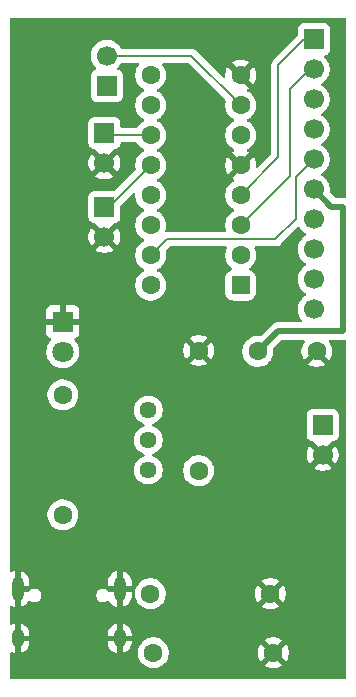
<source format=gbr>
%TF.GenerationSoftware,KiCad,Pcbnew,9.0.7*%
%TF.CreationDate,2026-02-13T16:28:25+02:00*%
%TF.ProjectId,second,7365636f-6e64-42e6-9b69-6361645f7063,rev?*%
%TF.SameCoordinates,Original*%
%TF.FileFunction,Copper,L2,Bot*%
%TF.FilePolarity,Positive*%
%FSLAX46Y46*%
G04 Gerber Fmt 4.6, Leading zero omitted, Abs format (unit mm)*
G04 Created by KiCad (PCBNEW 9.0.7) date 2026-02-13 16:28:25*
%MOMM*%
%LPD*%
G01*
G04 APERTURE LIST*
G04 Aperture macros list*
%AMRoundRect*
0 Rectangle with rounded corners*
0 $1 Rounding radius*
0 $2 $3 $4 $5 $6 $7 $8 $9 X,Y pos of 4 corners*
0 Add a 4 corners polygon primitive as box body*
4,1,4,$2,$3,$4,$5,$6,$7,$8,$9,$2,$3,0*
0 Add four circle primitives for the rounded corners*
1,1,$1+$1,$2,$3*
1,1,$1+$1,$4,$5*
1,1,$1+$1,$6,$7*
1,1,$1+$1,$8,$9*
0 Add four rect primitives between the rounded corners*
20,1,$1+$1,$2,$3,$4,$5,0*
20,1,$1+$1,$4,$5,$6,$7,0*
20,1,$1+$1,$6,$7,$8,$9,0*
20,1,$1+$1,$8,$9,$2,$3,0*%
G04 Aperture macros list end*
%TA.AperFunction,ComponentPad*%
%ADD10R,1.700000X1.700000*%
%TD*%
%TA.AperFunction,ComponentPad*%
%ADD11C,1.700000*%
%TD*%
%TA.AperFunction,ComponentPad*%
%ADD12C,1.600000*%
%TD*%
%TA.AperFunction,HeatsinkPad*%
%ADD13O,1.000000X2.100000*%
%TD*%
%TA.AperFunction,HeatsinkPad*%
%ADD14O,1.000000X1.600000*%
%TD*%
%TA.AperFunction,ComponentPad*%
%ADD15C,1.440000*%
%TD*%
%TA.AperFunction,ComponentPad*%
%ADD16R,1.800000X1.800000*%
%TD*%
%TA.AperFunction,ComponentPad*%
%ADD17C,1.800000*%
%TD*%
%TA.AperFunction,ComponentPad*%
%ADD18RoundRect,0.250000X0.550000X0.550000X-0.550000X0.550000X-0.550000X-0.550000X0.550000X-0.550000X0*%
%TD*%
%TA.AperFunction,ViaPad*%
%ADD19C,0.600000*%
%TD*%
%TA.AperFunction,Conductor*%
%ADD20C,0.200000*%
%TD*%
%TA.AperFunction,Conductor*%
%ADD21C,0.500000*%
%TD*%
G04 APERTURE END LIST*
D10*
%TO.P,J1,1,Pin_1*%
%TO.N,VDD*%
X113000000Y-124460000D03*
D11*
%TO.P,J1,2,Pin_2*%
%TO.N,gnd*%
X113000000Y-127000000D03*
%TD*%
D10*
%TO.P,J2,1,Pin_1*%
%TO.N,/C1*%
X94725000Y-95750000D03*
D11*
%TO.P,J2,2,Pin_2*%
%TO.N,/C2*%
X94725000Y-93210000D03*
%TD*%
D12*
%TO.P,Rcc1,1*%
%TO.N,/A5*%
X98670000Y-143750000D03*
%TO.P,Rcc1,2*%
%TO.N,gnd*%
X108830000Y-143750000D03*
%TD*%
%TO.P,R2,1*%
%TO.N,Net-(D2-A)*%
X91000000Y-121920000D03*
%TO.P,R2,2*%
%TO.N,/bus*%
X91000000Y-132080000D03*
%TD*%
%TO.P,C1,1*%
%TO.N,VDD*%
X107500000Y-118250000D03*
%TO.P,C1,2*%
%TO.N,gnd*%
X112500000Y-118250000D03*
%TD*%
D10*
%TO.P,J3,1,Pin_1*%
%TO.N,/R1*%
X94525000Y-99750000D03*
D11*
%TO.P,J3,2,Pin_2*%
%TO.N,gnd*%
X94525000Y-102290000D03*
%TD*%
D12*
%TO.P,R1,1*%
%TO.N,Net-(R1-Pad1)*%
X102500000Y-128330000D03*
%TO.P,R1,2*%
%TO.N,gnd*%
X102500000Y-118170000D03*
%TD*%
D13*
%TO.P,J6,S1,SHIELD*%
%TO.N,gnd*%
X87180000Y-138370000D03*
D14*
X87180000Y-142550000D03*
D13*
X95820000Y-138370000D03*
D14*
X95820000Y-142550000D03*
%TD*%
D15*
%TO.P,RV1,1,1*%
%TO.N,VDD*%
X98245000Y-123210000D03*
%TO.P,RV1,2,2*%
%TO.N,/fb*%
X98245000Y-125750000D03*
%TO.P,RV1,3,3*%
%TO.N,Net-(R1-Pad1)*%
X98245000Y-128290000D03*
%TD*%
D16*
%TO.P,D2,1,K*%
%TO.N,gnd*%
X91000000Y-115725000D03*
D17*
%TO.P,D2,2,A*%
%TO.N,Net-(D2-A)*%
X91000000Y-118265000D03*
%TD*%
D12*
%TO.P,Rcc2,1*%
%TO.N,/B5*%
X98420000Y-138750000D03*
%TO.P,Rcc2,2*%
%TO.N,gnd*%
X108580000Y-138750000D03*
%TD*%
D10*
%TO.P,J5,1,Pin_1*%
%TO.N,/FOUT*%
X112250000Y-91820000D03*
D11*
%TO.P,J5,2,Pin_2*%
%TO.N,/RefIn*%
X112250000Y-94360000D03*
%TO.P,J5,3,Pin_3*%
%TO.N,/VCOin*%
X112250000Y-96900000D03*
%TO.P,J5,4,Pin_4*%
%TO.N,/SFout*%
X112250000Y-99440000D03*
%TO.P,J5,5,Pin_5*%
%TO.N,/Zout*%
X112250000Y-101980000D03*
%TO.P,J5,6,Pin_6*%
%TO.N,VDD*%
X112250000Y-104520000D03*
%TO.P,J5,7,Pin_7*%
%TO.N,/PC1*%
X112250000Y-107060000D03*
%TO.P,J5,8,Pin_8*%
%TO.N,/PC2*%
X112250000Y-109600000D03*
%TO.P,J5,9,Pin_9*%
%TO.N,/PCP*%
X112250000Y-112140000D03*
%TO.P,J5,10,Pin_10*%
%TO.N,/sigin*%
X112250000Y-114680000D03*
%TD*%
D18*
%TO.P,U1,1,PCP*%
%TO.N,/PCP*%
X106055000Y-112640000D03*
D12*
%TO.P,U1,2,PC1*%
%TO.N,/PC1*%
X106055000Y-110100000D03*
%TO.P,U1,3,RefIn*%
%TO.N,/RefIn*%
X106055000Y-107560000D03*
%TO.P,U1,4,FOUT*%
%TO.N,/FOUT*%
X106055000Y-105020000D03*
%TO.P,U1,5,Inh*%
%TO.N,gnd*%
X106055000Y-102480000D03*
%TO.P,U1,6,C1*%
%TO.N,/C1*%
X106055000Y-99940000D03*
%TO.P,U1,7,C2*%
%TO.N,/C2*%
X106055000Y-97400000D03*
%TO.P,U1,8,VSS*%
%TO.N,gnd*%
X106055000Y-94860000D03*
%TO.P,U1,9,VCOin*%
%TO.N,/VCOin*%
X98435000Y-94860000D03*
%TO.P,U1,10,SFout*%
%TO.N,/SFout*%
X98435000Y-97400000D03*
%TO.P,U1,11,R1*%
%TO.N,/R1*%
X98435000Y-99940000D03*
%TO.P,U1,12,R2*%
%TO.N,/R2*%
X98435000Y-102480000D03*
%TO.P,U1,13,PC2*%
%TO.N,/PC2*%
X98435000Y-105020000D03*
%TO.P,U1,14,SigIn*%
%TO.N,/sigin*%
X98435000Y-107560000D03*
%TO.P,U1,15,ZOUT*%
%TO.N,/Zout*%
X98435000Y-110100000D03*
%TO.P,U1,16,VDD*%
%TO.N,VDD*%
X98435000Y-112640000D03*
%TD*%
D10*
%TO.P,J4,1,Pin_1*%
%TO.N,/R2*%
X94525000Y-106000000D03*
D11*
%TO.P,J4,2,Pin_2*%
%TO.N,gnd*%
X94525000Y-108540000D03*
%TD*%
D19*
%TO.N,gnd*%
X113000000Y-130500000D03*
X91500000Y-108500000D03*
X95000000Y-140000000D03*
X102500000Y-102000000D03*
X100000000Y-131500000D03*
X91790000Y-102290000D03*
%TD*%
D20*
%TO.N,/RefIn*%
X111890000Y-94360000D02*
X110250000Y-96000000D01*
X112250000Y-94360000D02*
X111890000Y-94360000D01*
X110250000Y-103365000D02*
X106055000Y-107560000D01*
X110250000Y-96000000D02*
X110250000Y-103365000D01*
%TO.N,/FOUT*%
X109250000Y-94000000D02*
X109250000Y-101825000D01*
X109250000Y-101825000D02*
X106055000Y-105020000D01*
X112250000Y-91820000D02*
X111430000Y-91820000D01*
X111430000Y-91820000D02*
X109250000Y-94000000D01*
%TO.N,/Zout*%
X99785000Y-108750000D02*
X98435000Y-110100000D01*
X109000000Y-108750000D02*
X99785000Y-108750000D01*
X110750000Y-107000000D02*
X109000000Y-108750000D01*
X112250000Y-101980000D02*
X110750000Y-103480000D01*
X110750000Y-103480000D02*
X110750000Y-107000000D01*
D21*
%TO.N,VDD*%
X114750000Y-106000000D02*
X113730000Y-106000000D01*
X109250000Y-116500000D02*
X114750000Y-116500000D01*
X113730000Y-106000000D02*
X112250000Y-104520000D01*
X114750000Y-116500000D02*
X114750000Y-106000000D01*
X107500000Y-118250000D02*
X109250000Y-116500000D01*
D20*
%TO.N,/C2*%
X101865000Y-93210000D02*
X106055000Y-97400000D01*
X94725000Y-93210000D02*
X101865000Y-93210000D01*
%TO.N,/R1*%
X94715000Y-99940000D02*
X98435000Y-99940000D01*
X94525000Y-99750000D02*
X94715000Y-99940000D01*
%TO.N,/R2*%
X94525000Y-106000000D02*
X94915000Y-106000000D01*
X94915000Y-106000000D02*
X98435000Y-102480000D01*
%TD*%
%TA.AperFunction,Conductor*%
%TO.N,gnd*%
G36*
X114942539Y-90020185D02*
G01*
X114988294Y-90072989D01*
X114999500Y-90124500D01*
X114999500Y-105133330D01*
X114979815Y-105200369D01*
X114927011Y-105246124D01*
X114857853Y-105256068D01*
X114851311Y-105254948D01*
X114823919Y-105249500D01*
X114823918Y-105249500D01*
X114092230Y-105249500D01*
X114025191Y-105229815D01*
X114004549Y-105213181D01*
X113620175Y-104828807D01*
X113586690Y-104767484D01*
X113585383Y-104721728D01*
X113586375Y-104715465D01*
X113600500Y-104626287D01*
X113600500Y-104413713D01*
X113567246Y-104203757D01*
X113501557Y-104001588D01*
X113405051Y-103812184D01*
X113405049Y-103812181D01*
X113405048Y-103812179D01*
X113280109Y-103640213D01*
X113129786Y-103489890D01*
X112957820Y-103364951D01*
X112957115Y-103364591D01*
X112949054Y-103360485D01*
X112898259Y-103312512D01*
X112881463Y-103244692D01*
X112903999Y-103178556D01*
X112949054Y-103139515D01*
X112957816Y-103135051D01*
X112983673Y-103116265D01*
X113129786Y-103010109D01*
X113129788Y-103010106D01*
X113129792Y-103010104D01*
X113280104Y-102859792D01*
X113280106Y-102859788D01*
X113280109Y-102859786D01*
X113405048Y-102687820D01*
X113405047Y-102687820D01*
X113405051Y-102687816D01*
X113501557Y-102498412D01*
X113567246Y-102296243D01*
X113600500Y-102086287D01*
X113600500Y-101873713D01*
X113567246Y-101663757D01*
X113501557Y-101461588D01*
X113405051Y-101272184D01*
X113405049Y-101272181D01*
X113405048Y-101272179D01*
X113280109Y-101100213D01*
X113129786Y-100949890D01*
X112957820Y-100824951D01*
X112957115Y-100824591D01*
X112949054Y-100820485D01*
X112898259Y-100772512D01*
X112881463Y-100704692D01*
X112903999Y-100638556D01*
X112949054Y-100599515D01*
X112957816Y-100595051D01*
X113005805Y-100560185D01*
X113129786Y-100470109D01*
X113129788Y-100470106D01*
X113129792Y-100470104D01*
X113280104Y-100319792D01*
X113280106Y-100319788D01*
X113280109Y-100319786D01*
X113405048Y-100147820D01*
X113405050Y-100147817D01*
X113405051Y-100147816D01*
X113501557Y-99958412D01*
X113567246Y-99756243D01*
X113600500Y-99546287D01*
X113600500Y-99333713D01*
X113567246Y-99123757D01*
X113501557Y-98921588D01*
X113405051Y-98732184D01*
X113405049Y-98732181D01*
X113405048Y-98732179D01*
X113280109Y-98560213D01*
X113129786Y-98409890D01*
X112957820Y-98284951D01*
X112957115Y-98284591D01*
X112949054Y-98280485D01*
X112898259Y-98232512D01*
X112881463Y-98164692D01*
X112903999Y-98098556D01*
X112949054Y-98059515D01*
X112957816Y-98055051D01*
X112979789Y-98039086D01*
X113129786Y-97930109D01*
X113129788Y-97930106D01*
X113129792Y-97930104D01*
X113280104Y-97779792D01*
X113280106Y-97779788D01*
X113280109Y-97779786D01*
X113405048Y-97607820D01*
X113405050Y-97607817D01*
X113405051Y-97607816D01*
X113501557Y-97418412D01*
X113567246Y-97216243D01*
X113600500Y-97006287D01*
X113600500Y-96793713D01*
X113567246Y-96583757D01*
X113501557Y-96381588D01*
X113405051Y-96192184D01*
X113405049Y-96192181D01*
X113405048Y-96192179D01*
X113280109Y-96020213D01*
X113129786Y-95869890D01*
X112957820Y-95744951D01*
X112957115Y-95744591D01*
X112949054Y-95740485D01*
X112898259Y-95692512D01*
X112881463Y-95624692D01*
X112903999Y-95558556D01*
X112949054Y-95519515D01*
X112957816Y-95515051D01*
X112979789Y-95499086D01*
X113129786Y-95390109D01*
X113129788Y-95390106D01*
X113129792Y-95390104D01*
X113280104Y-95239792D01*
X113280106Y-95239788D01*
X113280109Y-95239786D01*
X113405048Y-95067820D01*
X113405047Y-95067820D01*
X113405051Y-95067816D01*
X113501557Y-94878412D01*
X113567246Y-94676243D01*
X113600500Y-94466287D01*
X113600500Y-94253713D01*
X113567246Y-94043757D01*
X113501557Y-93841588D01*
X113405051Y-93652184D01*
X113405049Y-93652181D01*
X113405048Y-93652179D01*
X113280109Y-93480213D01*
X113166569Y-93366673D01*
X113133084Y-93305350D01*
X113138068Y-93235658D01*
X113179940Y-93179725D01*
X113210915Y-93162810D01*
X113342331Y-93113796D01*
X113457546Y-93027546D01*
X113543796Y-92912331D01*
X113594091Y-92777483D01*
X113600500Y-92717873D01*
X113600499Y-90922128D01*
X113594091Y-90862517D01*
X113543796Y-90727669D01*
X113543795Y-90727668D01*
X113543793Y-90727664D01*
X113457547Y-90612455D01*
X113457544Y-90612452D01*
X113342335Y-90526206D01*
X113342328Y-90526202D01*
X113207482Y-90475908D01*
X113207483Y-90475908D01*
X113147883Y-90469501D01*
X113147881Y-90469500D01*
X113147873Y-90469500D01*
X113147864Y-90469500D01*
X111352129Y-90469500D01*
X111352123Y-90469501D01*
X111292516Y-90475908D01*
X111157671Y-90526202D01*
X111157664Y-90526206D01*
X111042455Y-90612452D01*
X111042452Y-90612455D01*
X110956206Y-90727664D01*
X110956202Y-90727671D01*
X110905908Y-90862517D01*
X110899501Y-90922116D01*
X110899501Y-90922123D01*
X110899500Y-90922135D01*
X110899500Y-91449901D01*
X110879815Y-91516940D01*
X110863181Y-91537582D01*
X108881286Y-93519478D01*
X108769481Y-93631282D01*
X108769479Y-93631285D01*
X108719361Y-93718094D01*
X108719359Y-93718096D01*
X108690425Y-93768209D01*
X108690424Y-93768210D01*
X108674562Y-93827409D01*
X108649499Y-93920943D01*
X108649499Y-93920945D01*
X108649499Y-94089046D01*
X108649500Y-94089059D01*
X108649500Y-101524902D01*
X108629815Y-101591941D01*
X108613181Y-101612583D01*
X107566681Y-102659082D01*
X107505358Y-102692567D01*
X107435666Y-102687583D01*
X107379733Y-102645711D01*
X107355316Y-102580247D01*
X107355000Y-102571401D01*
X107355000Y-102377682D01*
X107322990Y-102175582D01*
X107259755Y-101980968D01*
X107166859Y-101798650D01*
X107134474Y-101754077D01*
X107134474Y-101754076D01*
X106455000Y-102433553D01*
X106455000Y-102427339D01*
X106427741Y-102325606D01*
X106375080Y-102234394D01*
X106300606Y-102159920D01*
X106209394Y-102107259D01*
X106107661Y-102080000D01*
X106101446Y-102080000D01*
X106780922Y-101400524D01*
X106780921Y-101400523D01*
X106736359Y-101368147D01*
X106736350Y-101368141D01*
X106643369Y-101320765D01*
X106592573Y-101272790D01*
X106575778Y-101204969D01*
X106598315Y-101138835D01*
X106643370Y-101099795D01*
X106654569Y-101094089D01*
X106736610Y-101052287D01*
X106786144Y-101016298D01*
X106902213Y-100931971D01*
X106902215Y-100931968D01*
X106902219Y-100931966D01*
X107046966Y-100787219D01*
X107046968Y-100787215D01*
X107046971Y-100787213D01*
X107116468Y-100691557D01*
X107167287Y-100621610D01*
X107260220Y-100439219D01*
X107323477Y-100244534D01*
X107355500Y-100042352D01*
X107355500Y-99837648D01*
X107323477Y-99635466D01*
X107260220Y-99440781D01*
X107260218Y-99440778D01*
X107260218Y-99440776D01*
X107226503Y-99374607D01*
X107167287Y-99258390D01*
X107136126Y-99215500D01*
X107046971Y-99092786D01*
X106902213Y-98948028D01*
X106736614Y-98827715D01*
X106675924Y-98796792D01*
X106643917Y-98780483D01*
X106593123Y-98732511D01*
X106576328Y-98664690D01*
X106598865Y-98598555D01*
X106643917Y-98559516D01*
X106736610Y-98512287D01*
X106813800Y-98456206D01*
X106902213Y-98391971D01*
X106902215Y-98391968D01*
X106902219Y-98391966D01*
X107046966Y-98247219D01*
X107046968Y-98247215D01*
X107046971Y-98247213D01*
X107116468Y-98151557D01*
X107167287Y-98081610D01*
X107260220Y-97899219D01*
X107323477Y-97704534D01*
X107355500Y-97502352D01*
X107355500Y-97297648D01*
X107323477Y-97095466D01*
X107323030Y-97094091D01*
X107260218Y-96900776D01*
X107205666Y-96793713D01*
X107167287Y-96718390D01*
X107159362Y-96707482D01*
X107046971Y-96552786D01*
X106902213Y-96408028D01*
X106736611Y-96287713D01*
X106643369Y-96240203D01*
X106592574Y-96192229D01*
X106575779Y-96124407D01*
X106598317Y-96058273D01*
X106643371Y-96019234D01*
X106736346Y-95971861D01*
X106736347Y-95971861D01*
X106780921Y-95939474D01*
X106101446Y-95260000D01*
X106107661Y-95260000D01*
X106209394Y-95232741D01*
X106300606Y-95180080D01*
X106375080Y-95105606D01*
X106427741Y-95014394D01*
X106455000Y-94912661D01*
X106455000Y-94906447D01*
X107134474Y-95585921D01*
X107166859Y-95541349D01*
X107259755Y-95359031D01*
X107322990Y-95164417D01*
X107355000Y-94962317D01*
X107355000Y-94757682D01*
X107322990Y-94555582D01*
X107259755Y-94360968D01*
X107166859Y-94178650D01*
X107134474Y-94134077D01*
X107134474Y-94134076D01*
X106455000Y-94813551D01*
X106455000Y-94807339D01*
X106427741Y-94705606D01*
X106375080Y-94614394D01*
X106300606Y-94539920D01*
X106209394Y-94487259D01*
X106107661Y-94460000D01*
X106101446Y-94460000D01*
X106780922Y-93780524D01*
X106780921Y-93780523D01*
X106736359Y-93748147D01*
X106736350Y-93748141D01*
X106554031Y-93655244D01*
X106359417Y-93592009D01*
X106157317Y-93560000D01*
X105952683Y-93560000D01*
X105750582Y-93592009D01*
X105555968Y-93655244D01*
X105373644Y-93748143D01*
X105329077Y-93780523D01*
X105329077Y-93780524D01*
X106008554Y-94460000D01*
X106002339Y-94460000D01*
X105900606Y-94487259D01*
X105809394Y-94539920D01*
X105734920Y-94614394D01*
X105682259Y-94705606D01*
X105655000Y-94807339D01*
X105655000Y-94813553D01*
X104975524Y-94134077D01*
X104975523Y-94134077D01*
X104943143Y-94178644D01*
X104850244Y-94360968D01*
X104787009Y-94555582D01*
X104755000Y-94757682D01*
X104755000Y-94951403D01*
X104735315Y-95018442D01*
X104682511Y-95064197D01*
X104613353Y-95074141D01*
X104549797Y-95045116D01*
X104543319Y-95039084D01*
X102352590Y-92848355D01*
X102352588Y-92848352D01*
X102233717Y-92729481D01*
X102233716Y-92729480D01*
X102146904Y-92679360D01*
X102146904Y-92679359D01*
X102146900Y-92679358D01*
X102096785Y-92650423D01*
X101944057Y-92609499D01*
X101785943Y-92609499D01*
X101778347Y-92609499D01*
X101778331Y-92609500D01*
X96010719Y-92609500D01*
X95943680Y-92589815D01*
X95900235Y-92541795D01*
X95880052Y-92502185D01*
X95880051Y-92502184D01*
X95755109Y-92330213D01*
X95604786Y-92179890D01*
X95432820Y-92054951D01*
X95243414Y-91958444D01*
X95243413Y-91958443D01*
X95243412Y-91958443D01*
X95041243Y-91892754D01*
X95041241Y-91892753D01*
X95041240Y-91892753D01*
X94879957Y-91867208D01*
X94831287Y-91859500D01*
X94618713Y-91859500D01*
X94570042Y-91867208D01*
X94408760Y-91892753D01*
X94206585Y-91958444D01*
X94017179Y-92054951D01*
X93845213Y-92179890D01*
X93694890Y-92330213D01*
X93569951Y-92502179D01*
X93473444Y-92691585D01*
X93407753Y-92893760D01*
X93384581Y-93040062D01*
X93374500Y-93103713D01*
X93374500Y-93316287D01*
X93378005Y-93338418D01*
X93406682Y-93519480D01*
X93407754Y-93526243D01*
X93470090Y-93718094D01*
X93473444Y-93728414D01*
X93569951Y-93917820D01*
X93694890Y-94089786D01*
X93808430Y-94203326D01*
X93841915Y-94264649D01*
X93836931Y-94334341D01*
X93795059Y-94390274D01*
X93764083Y-94407189D01*
X93632669Y-94456203D01*
X93632664Y-94456206D01*
X93517455Y-94542452D01*
X93517452Y-94542455D01*
X93431206Y-94657664D01*
X93431202Y-94657671D01*
X93380908Y-94792517D01*
X93379315Y-94807339D01*
X93374501Y-94852123D01*
X93374500Y-94852135D01*
X93374500Y-96647870D01*
X93374501Y-96647876D01*
X93380908Y-96707483D01*
X93431202Y-96842328D01*
X93431206Y-96842335D01*
X93517452Y-96957544D01*
X93517455Y-96957547D01*
X93632664Y-97043793D01*
X93632671Y-97043797D01*
X93767517Y-97094091D01*
X93767516Y-97094091D01*
X93774444Y-97094835D01*
X93827127Y-97100500D01*
X95622872Y-97100499D01*
X95682483Y-97094091D01*
X95817331Y-97043796D01*
X95932546Y-96957546D01*
X96018796Y-96842331D01*
X96069091Y-96707483D01*
X96075500Y-96647873D01*
X96075499Y-94852128D01*
X96069091Y-94792517D01*
X96056098Y-94757682D01*
X96018797Y-94657671D01*
X96018793Y-94657664D01*
X95932547Y-94542455D01*
X95932544Y-94542452D01*
X95817335Y-94456206D01*
X95817328Y-94456202D01*
X95685917Y-94407189D01*
X95629983Y-94365318D01*
X95605566Y-94299853D01*
X95620418Y-94231580D01*
X95641563Y-94203332D01*
X95755104Y-94089792D01*
X95762904Y-94079057D01*
X95855108Y-93952147D01*
X95880051Y-93917816D01*
X95880349Y-93917230D01*
X95900235Y-93878205D01*
X95948209Y-93827409D01*
X96010719Y-93810500D01*
X97346821Y-93810500D01*
X97413860Y-93830185D01*
X97459615Y-93882989D01*
X97469559Y-93952147D01*
X97444401Y-94007752D01*
X97445897Y-94008839D01*
X97322715Y-94178386D01*
X97229781Y-94360776D01*
X97166522Y-94555465D01*
X97134500Y-94757648D01*
X97134500Y-94962351D01*
X97166522Y-95164534D01*
X97229781Y-95359223D01*
X97293691Y-95484653D01*
X97309180Y-95515051D01*
X97322715Y-95541613D01*
X97443028Y-95707213D01*
X97587786Y-95851971D01*
X97708226Y-95939474D01*
X97753390Y-95972287D01*
X97844840Y-96018883D01*
X97846080Y-96019515D01*
X97896876Y-96067490D01*
X97913671Y-96135311D01*
X97891134Y-96201446D01*
X97846080Y-96240485D01*
X97753386Y-96287715D01*
X97587786Y-96408028D01*
X97443028Y-96552786D01*
X97322715Y-96718386D01*
X97229781Y-96900776D01*
X97166522Y-97095465D01*
X97134500Y-97297648D01*
X97134500Y-97502351D01*
X97166522Y-97704534D01*
X97229781Y-97899223D01*
X97293691Y-98024653D01*
X97309180Y-98055051D01*
X97322715Y-98081613D01*
X97443028Y-98247213D01*
X97587786Y-98391971D01*
X97676200Y-98456206D01*
X97753390Y-98512287D01*
X97844840Y-98558883D01*
X97846080Y-98559515D01*
X97896876Y-98607490D01*
X97913671Y-98675311D01*
X97891134Y-98741446D01*
X97846080Y-98780485D01*
X97753386Y-98827715D01*
X97587786Y-98948028D01*
X97443028Y-99092786D01*
X97322715Y-99258385D01*
X97315883Y-99271795D01*
X97267909Y-99322591D01*
X97205398Y-99339500D01*
X95999499Y-99339500D01*
X95932460Y-99319815D01*
X95886705Y-99267011D01*
X95875499Y-99215500D01*
X95875499Y-98852129D01*
X95875498Y-98852123D01*
X95875497Y-98852116D01*
X95869091Y-98792517D01*
X95864603Y-98780485D01*
X95818797Y-98657671D01*
X95818793Y-98657664D01*
X95732547Y-98542455D01*
X95732544Y-98542452D01*
X95617335Y-98456206D01*
X95617328Y-98456202D01*
X95482482Y-98405908D01*
X95482483Y-98405908D01*
X95422883Y-98399501D01*
X95422881Y-98399500D01*
X95422873Y-98399500D01*
X95422864Y-98399500D01*
X93627129Y-98399500D01*
X93627123Y-98399501D01*
X93567516Y-98405908D01*
X93432671Y-98456202D01*
X93432664Y-98456206D01*
X93317455Y-98542452D01*
X93317452Y-98542455D01*
X93231206Y-98657664D01*
X93231202Y-98657671D01*
X93180908Y-98792517D01*
X93174501Y-98852116D01*
X93174501Y-98852123D01*
X93174500Y-98852135D01*
X93174500Y-100647870D01*
X93174501Y-100647876D01*
X93180908Y-100707483D01*
X93231202Y-100842328D01*
X93231206Y-100842335D01*
X93317452Y-100957544D01*
X93317455Y-100957547D01*
X93432664Y-101043793D01*
X93432671Y-101043797D01*
X93477618Y-101060561D01*
X93567517Y-101094091D01*
X93627127Y-101100500D01*
X93637685Y-101100499D01*
X93704723Y-101120179D01*
X93725372Y-101136818D01*
X94395591Y-101807037D01*
X94332007Y-101824075D01*
X94217993Y-101889901D01*
X94124901Y-101982993D01*
X94059075Y-102097007D01*
X94042037Y-102160591D01*
X93409728Y-101528282D01*
X93409727Y-101528282D01*
X93370380Y-101582439D01*
X93273904Y-101771782D01*
X93208242Y-101973869D01*
X93208242Y-101973872D01*
X93175000Y-102183753D01*
X93175000Y-102396246D01*
X93208242Y-102606127D01*
X93208242Y-102606130D01*
X93273904Y-102808217D01*
X93370375Y-102997550D01*
X93409728Y-103051716D01*
X94042037Y-102419408D01*
X94059075Y-102482993D01*
X94124901Y-102597007D01*
X94217993Y-102690099D01*
X94332007Y-102755925D01*
X94395590Y-102772962D01*
X93763282Y-103405269D01*
X93763282Y-103405270D01*
X93817449Y-103444624D01*
X94006782Y-103541095D01*
X94208870Y-103606757D01*
X94418754Y-103640000D01*
X94631246Y-103640000D01*
X94841127Y-103606757D01*
X94841130Y-103606757D01*
X95043217Y-103541095D01*
X95232554Y-103444622D01*
X95286716Y-103405270D01*
X95286717Y-103405270D01*
X94654408Y-102772962D01*
X94717993Y-102755925D01*
X94832007Y-102690099D01*
X94925099Y-102597007D01*
X94990925Y-102482993D01*
X95007962Y-102419409D01*
X95640270Y-103051717D01*
X95640270Y-103051716D01*
X95679622Y-102997554D01*
X95776095Y-102808217D01*
X95841757Y-102606130D01*
X95841757Y-102606127D01*
X95875000Y-102396246D01*
X95875000Y-102183753D01*
X95841757Y-101973872D01*
X95841757Y-101973869D01*
X95776095Y-101771782D01*
X95679624Y-101582449D01*
X95640270Y-101528282D01*
X95640269Y-101528282D01*
X95007962Y-102160590D01*
X94990925Y-102097007D01*
X94925099Y-101982993D01*
X94832007Y-101889901D01*
X94717993Y-101824075D01*
X94654409Y-101807037D01*
X95324627Y-101136818D01*
X95385950Y-101103333D01*
X95412307Y-101100499D01*
X95422872Y-101100499D01*
X95482483Y-101094091D01*
X95617331Y-101043796D01*
X95732546Y-100957546D01*
X95818796Y-100842331D01*
X95869091Y-100707483D01*
X95875138Y-100651244D01*
X95901876Y-100586693D01*
X95959269Y-100546845D01*
X95998427Y-100540500D01*
X97205398Y-100540500D01*
X97272437Y-100560185D01*
X97315883Y-100608205D01*
X97322715Y-100621614D01*
X97443028Y-100787213D01*
X97587786Y-100931971D01*
X97741699Y-101043793D01*
X97753390Y-101052287D01*
X97835431Y-101094089D01*
X97846080Y-101099515D01*
X97896876Y-101147490D01*
X97913671Y-101215311D01*
X97891134Y-101281446D01*
X97846080Y-101320485D01*
X97753386Y-101367715D01*
X97587786Y-101488028D01*
X97443028Y-101632786D01*
X97322715Y-101798386D01*
X97229781Y-101980776D01*
X97166522Y-102175465D01*
X97134500Y-102377648D01*
X97134500Y-102582351D01*
X97166523Y-102784535D01*
X97171172Y-102798845D01*
X97173165Y-102868687D01*
X97140921Y-102924841D01*
X95452582Y-104613181D01*
X95391259Y-104646666D01*
X95364901Y-104649500D01*
X93627129Y-104649500D01*
X93627123Y-104649501D01*
X93567516Y-104655908D01*
X93432671Y-104706202D01*
X93432664Y-104706206D01*
X93317455Y-104792452D01*
X93317452Y-104792455D01*
X93231206Y-104907664D01*
X93231202Y-104907671D01*
X93180908Y-105042517D01*
X93174501Y-105102116D01*
X93174500Y-105102135D01*
X93174500Y-106897870D01*
X93174501Y-106897876D01*
X93180908Y-106957483D01*
X93231202Y-107092328D01*
X93231206Y-107092335D01*
X93317452Y-107207544D01*
X93317455Y-107207547D01*
X93432664Y-107293793D01*
X93432671Y-107293797D01*
X93477618Y-107310561D01*
X93567517Y-107344091D01*
X93627127Y-107350500D01*
X93637685Y-107350499D01*
X93704723Y-107370179D01*
X93725372Y-107386818D01*
X94395591Y-108057037D01*
X94332007Y-108074075D01*
X94217993Y-108139901D01*
X94124901Y-108232993D01*
X94059075Y-108347007D01*
X94042037Y-108410591D01*
X93409728Y-107778282D01*
X93409727Y-107778282D01*
X93370380Y-107832439D01*
X93273904Y-108021782D01*
X93208242Y-108223869D01*
X93208242Y-108223872D01*
X93175000Y-108433753D01*
X93175000Y-108646246D01*
X93208242Y-108856127D01*
X93208242Y-108856130D01*
X93273904Y-109058217D01*
X93370375Y-109247550D01*
X93409728Y-109301716D01*
X94042037Y-108669408D01*
X94059075Y-108732993D01*
X94124901Y-108847007D01*
X94217993Y-108940099D01*
X94332007Y-109005925D01*
X94395590Y-109022962D01*
X93763282Y-109655269D01*
X93763282Y-109655270D01*
X93817449Y-109694624D01*
X94006782Y-109791095D01*
X94208870Y-109856757D01*
X94418754Y-109890000D01*
X94631246Y-109890000D01*
X94841127Y-109856757D01*
X94841130Y-109856757D01*
X95043217Y-109791095D01*
X95232554Y-109694622D01*
X95286716Y-109655270D01*
X95286717Y-109655270D01*
X94654408Y-109022962D01*
X94717993Y-109005925D01*
X94832007Y-108940099D01*
X94925099Y-108847007D01*
X94990925Y-108732993D01*
X95007962Y-108669409D01*
X95640270Y-109301717D01*
X95640270Y-109301716D01*
X95679622Y-109247554D01*
X95776095Y-109058217D01*
X95841757Y-108856130D01*
X95841757Y-108856127D01*
X95875000Y-108646246D01*
X95875000Y-108433753D01*
X95841757Y-108223872D01*
X95841757Y-108223869D01*
X95776095Y-108021782D01*
X95679624Y-107832449D01*
X95640270Y-107778282D01*
X95640269Y-107778282D01*
X95007962Y-108410590D01*
X94990925Y-108347007D01*
X94925099Y-108232993D01*
X94832007Y-108139901D01*
X94717993Y-108074075D01*
X94654409Y-108057037D01*
X95324627Y-107386818D01*
X95385950Y-107353333D01*
X95412307Y-107350499D01*
X95422872Y-107350499D01*
X95482483Y-107344091D01*
X95617331Y-107293796D01*
X95732546Y-107207546D01*
X95818796Y-107092331D01*
X95869091Y-106957483D01*
X95875500Y-106897873D01*
X95875499Y-105940095D01*
X95895183Y-105873057D01*
X95911813Y-105852420D01*
X96922820Y-104841414D01*
X96984142Y-104807930D01*
X97053834Y-104812914D01*
X97109767Y-104854786D01*
X97134184Y-104920250D01*
X97134500Y-104929096D01*
X97134500Y-105122351D01*
X97166522Y-105324534D01*
X97229781Y-105519223D01*
X97293691Y-105644653D01*
X97309180Y-105675051D01*
X97322715Y-105701613D01*
X97443028Y-105867213D01*
X97587786Y-106011971D01*
X97742749Y-106124556D01*
X97753390Y-106132287D01*
X97844840Y-106178883D01*
X97846080Y-106179515D01*
X97896876Y-106227490D01*
X97913671Y-106295311D01*
X97891134Y-106361446D01*
X97846080Y-106400485D01*
X97753386Y-106447715D01*
X97587786Y-106568028D01*
X97443028Y-106712786D01*
X97322715Y-106878386D01*
X97229781Y-107060776D01*
X97166522Y-107255465D01*
X97134500Y-107457648D01*
X97134500Y-107662351D01*
X97166522Y-107864534D01*
X97229781Y-108059223D01*
X97293445Y-108184169D01*
X97318322Y-108232993D01*
X97322715Y-108241613D01*
X97443028Y-108407213D01*
X97587786Y-108551971D01*
X97717547Y-108646246D01*
X97753390Y-108672287D01*
X97844840Y-108718883D01*
X97846080Y-108719515D01*
X97896876Y-108767490D01*
X97913671Y-108835311D01*
X97891134Y-108901446D01*
X97846080Y-108940485D01*
X97753386Y-108987715D01*
X97587786Y-109108028D01*
X97443028Y-109252786D01*
X97322715Y-109418386D01*
X97229781Y-109600776D01*
X97166522Y-109795465D01*
X97134500Y-109997648D01*
X97134500Y-110202351D01*
X97166522Y-110404534D01*
X97229781Y-110599223D01*
X97293691Y-110724653D01*
X97309180Y-110755051D01*
X97322715Y-110781613D01*
X97443028Y-110947213D01*
X97587786Y-111091971D01*
X97742749Y-111204556D01*
X97753390Y-111212287D01*
X97844840Y-111258883D01*
X97846080Y-111259515D01*
X97896876Y-111307490D01*
X97913671Y-111375311D01*
X97891134Y-111441446D01*
X97846080Y-111480485D01*
X97753386Y-111527715D01*
X97587786Y-111648028D01*
X97443028Y-111792786D01*
X97322715Y-111958386D01*
X97229781Y-112140776D01*
X97166522Y-112335465D01*
X97134500Y-112537648D01*
X97134500Y-112742351D01*
X97166522Y-112944534D01*
X97229781Y-113139223D01*
X97281135Y-113240009D01*
X97309180Y-113295051D01*
X97322715Y-113321613D01*
X97443028Y-113487213D01*
X97587786Y-113631971D01*
X97742749Y-113744556D01*
X97753390Y-113752287D01*
X97847440Y-113800208D01*
X97935776Y-113845218D01*
X97935778Y-113845218D01*
X97935781Y-113845220D01*
X98026856Y-113874812D01*
X98130465Y-113908477D01*
X98231557Y-113924488D01*
X98332648Y-113940500D01*
X98332649Y-113940500D01*
X98537351Y-113940500D01*
X98537352Y-113940500D01*
X98739534Y-113908477D01*
X98934219Y-113845220D01*
X99116610Y-113752287D01*
X99245482Y-113658657D01*
X99282213Y-113631971D01*
X99282215Y-113631968D01*
X99282219Y-113631966D01*
X99426966Y-113487219D01*
X99426968Y-113487215D01*
X99426971Y-113487213D01*
X99496468Y-113391557D01*
X99547287Y-113321610D01*
X99640220Y-113139219D01*
X99703477Y-112944534D01*
X99735500Y-112742352D01*
X99735500Y-112537648D01*
X99703477Y-112335466D01*
X99640220Y-112140781D01*
X99640218Y-112140778D01*
X99640218Y-112140776D01*
X99588865Y-112039991D01*
X99547287Y-111958390D01*
X99531892Y-111937200D01*
X99426971Y-111792786D01*
X99282213Y-111648028D01*
X99116614Y-111527715D01*
X99110006Y-111524348D01*
X99023917Y-111480483D01*
X98973123Y-111432511D01*
X98956328Y-111364690D01*
X98978865Y-111298555D01*
X99023917Y-111259516D01*
X99116610Y-111212287D01*
X99188550Y-111160020D01*
X99282213Y-111091971D01*
X99282215Y-111091968D01*
X99282219Y-111091966D01*
X99426966Y-110947219D01*
X99426968Y-110947215D01*
X99426971Y-110947213D01*
X99496468Y-110851557D01*
X99547287Y-110781610D01*
X99640220Y-110599219D01*
X99703477Y-110404534D01*
X99735500Y-110202352D01*
X99735500Y-109997648D01*
X99703477Y-109795466D01*
X99698826Y-109781154D01*
X99696832Y-109711315D01*
X99729077Y-109655157D01*
X99997416Y-109386819D01*
X100058739Y-109353334D01*
X100085097Y-109350500D01*
X104774955Y-109350500D01*
X104841994Y-109370185D01*
X104887749Y-109422989D01*
X104897693Y-109492147D01*
X104885440Y-109530795D01*
X104849781Y-109600776D01*
X104786522Y-109795465D01*
X104754500Y-109997648D01*
X104754500Y-110202351D01*
X104786522Y-110404534D01*
X104849781Y-110599223D01*
X104913691Y-110724653D01*
X104929180Y-110755051D01*
X104942715Y-110781613D01*
X105063028Y-110947213D01*
X105063034Y-110947219D01*
X105207781Y-111091966D01*
X105301452Y-111160021D01*
X105344117Y-111215350D01*
X105350096Y-111284963D01*
X105317491Y-111346759D01*
X105267571Y-111378045D01*
X105185666Y-111405186D01*
X105185663Y-111405187D01*
X105036342Y-111497289D01*
X104912289Y-111621342D01*
X104820187Y-111770663D01*
X104820186Y-111770666D01*
X104765001Y-111937203D01*
X104765001Y-111937204D01*
X104765000Y-111937204D01*
X104754500Y-112039983D01*
X104754500Y-113240001D01*
X104754501Y-113240018D01*
X104765000Y-113342796D01*
X104765001Y-113342799D01*
X104820185Y-113509331D01*
X104820187Y-113509336D01*
X104855069Y-113565888D01*
X104912288Y-113658656D01*
X105036344Y-113782712D01*
X105185666Y-113874814D01*
X105352203Y-113929999D01*
X105454991Y-113940500D01*
X106655008Y-113940499D01*
X106757797Y-113929999D01*
X106924334Y-113874814D01*
X107073656Y-113782712D01*
X107197712Y-113658656D01*
X107289814Y-113509334D01*
X107344999Y-113342797D01*
X107355500Y-113240009D01*
X107355499Y-112039992D01*
X107344999Y-111937203D01*
X107289814Y-111770666D01*
X107197712Y-111621344D01*
X107073656Y-111497288D01*
X106924334Y-111405186D01*
X106842427Y-111378044D01*
X106784984Y-111338272D01*
X106758161Y-111273756D01*
X106770476Y-111204980D01*
X106808547Y-111160021D01*
X106902219Y-111091966D01*
X107046966Y-110947219D01*
X107046968Y-110947215D01*
X107046971Y-110947213D01*
X107116468Y-110851557D01*
X107167287Y-110781610D01*
X107260220Y-110599219D01*
X107323477Y-110404534D01*
X107355500Y-110202352D01*
X107355500Y-109997648D01*
X107333185Y-109856757D01*
X107323477Y-109795465D01*
X107290711Y-109694622D01*
X107260220Y-109600781D01*
X107260218Y-109600778D01*
X107260218Y-109600776D01*
X107224560Y-109530795D01*
X107211664Y-109462126D01*
X107237940Y-109397386D01*
X107295046Y-109357128D01*
X107335045Y-109350500D01*
X108913331Y-109350500D01*
X108913347Y-109350501D01*
X108920943Y-109350501D01*
X109079054Y-109350501D01*
X109079057Y-109350501D01*
X109231785Y-109309577D01*
X109281904Y-109280639D01*
X109368716Y-109230520D01*
X109480520Y-109118716D01*
X109480520Y-109118714D01*
X109490728Y-109108507D01*
X109490729Y-109108504D01*
X110885316Y-107713918D01*
X110946637Y-107680435D01*
X111016329Y-107685419D01*
X111072262Y-107727291D01*
X111083480Y-107745307D01*
X111094949Y-107767817D01*
X111219890Y-107939786D01*
X111370213Y-108090109D01*
X111542182Y-108215050D01*
X111550946Y-108219516D01*
X111601742Y-108267491D01*
X111618536Y-108335312D01*
X111595998Y-108401447D01*
X111550946Y-108440484D01*
X111542182Y-108444949D01*
X111370213Y-108569890D01*
X111219890Y-108720213D01*
X111094951Y-108892179D01*
X110998444Y-109081585D01*
X110932753Y-109283760D01*
X110904503Y-109462126D01*
X110899500Y-109493713D01*
X110899500Y-109706287D01*
X110909534Y-109769644D01*
X110913624Y-109795465D01*
X110932754Y-109916243D01*
X110959204Y-109997648D01*
X110998444Y-110118414D01*
X111094951Y-110307820D01*
X111219890Y-110479786D01*
X111370213Y-110630109D01*
X111542182Y-110755050D01*
X111550946Y-110759516D01*
X111601742Y-110807491D01*
X111618536Y-110875312D01*
X111595998Y-110941447D01*
X111550946Y-110980484D01*
X111542182Y-110984949D01*
X111370213Y-111109890D01*
X111219890Y-111260213D01*
X111094951Y-111432179D01*
X110998444Y-111621585D01*
X110932753Y-111823760D01*
X110899500Y-112033713D01*
X110899500Y-112246286D01*
X110913624Y-112335465D01*
X110932754Y-112456243D01*
X110959204Y-112537648D01*
X110998444Y-112658414D01*
X111094951Y-112847820D01*
X111219890Y-113019786D01*
X111370213Y-113170109D01*
X111542182Y-113295050D01*
X111550946Y-113299516D01*
X111601742Y-113347491D01*
X111618536Y-113415312D01*
X111595998Y-113481447D01*
X111550946Y-113520484D01*
X111542182Y-113524949D01*
X111370213Y-113649890D01*
X111219890Y-113800213D01*
X111094951Y-113972179D01*
X110998444Y-114161585D01*
X110932753Y-114363760D01*
X110916273Y-114467812D01*
X110899500Y-114573713D01*
X110899500Y-114786287D01*
X110932754Y-114996243D01*
X110998443Y-115198412D01*
X111037466Y-115275000D01*
X111094951Y-115387819D01*
X111214681Y-115552615D01*
X111238161Y-115618421D01*
X111222335Y-115686475D01*
X111172229Y-115735170D01*
X111114363Y-115749500D01*
X109176076Y-115749500D01*
X109147242Y-115755234D01*
X109147243Y-115755235D01*
X109031093Y-115778339D01*
X109031083Y-115778342D01*
X108951081Y-115811479D01*
X108951082Y-115811480D01*
X108894502Y-115834917D01*
X108845270Y-115867811D01*
X108845271Y-115867812D01*
X108771581Y-115917049D01*
X107765104Y-116923526D01*
X107703781Y-116957011D01*
X107658025Y-116958318D01*
X107602352Y-116949500D01*
X107397648Y-116949500D01*
X107373329Y-116953351D01*
X107195465Y-116981522D01*
X107000776Y-117044781D01*
X106818386Y-117137715D01*
X106652786Y-117258028D01*
X106508028Y-117402786D01*
X106387715Y-117568386D01*
X106294781Y-117750776D01*
X106231522Y-117945465D01*
X106199500Y-118147648D01*
X106199500Y-118352351D01*
X106231522Y-118554534D01*
X106294781Y-118749223D01*
X106346818Y-118851349D01*
X106387585Y-118931359D01*
X106387715Y-118931613D01*
X106508028Y-119097213D01*
X106652786Y-119241971D01*
X106807749Y-119354556D01*
X106818390Y-119362287D01*
X106934607Y-119421503D01*
X107000776Y-119455218D01*
X107000778Y-119455218D01*
X107000781Y-119455220D01*
X107105137Y-119489127D01*
X107195465Y-119518477D01*
X107296557Y-119534488D01*
X107397648Y-119550500D01*
X107397649Y-119550500D01*
X107602351Y-119550500D01*
X107602352Y-119550500D01*
X107804534Y-119518477D01*
X107999219Y-119455220D01*
X108181610Y-119362287D01*
X108292311Y-119281859D01*
X108347213Y-119241971D01*
X108347215Y-119241968D01*
X108347219Y-119241966D01*
X108491966Y-119097219D01*
X108491968Y-119097215D01*
X108491971Y-119097213D01*
X108544732Y-119024590D01*
X108612287Y-118931610D01*
X108705220Y-118749219D01*
X108768477Y-118554534D01*
X108800500Y-118352352D01*
X108800500Y-118147648D01*
X108791681Y-118091971D01*
X108800635Y-118022680D01*
X108826470Y-117984896D01*
X109524549Y-117286819D01*
X109585872Y-117253334D01*
X109612230Y-117250500D01*
X111375927Y-117250500D01*
X111442966Y-117270185D01*
X111488721Y-117322989D01*
X111498665Y-117392147D01*
X111476245Y-117447386D01*
X111388140Y-117568650D01*
X111295244Y-117750968D01*
X111232009Y-117945582D01*
X111200000Y-118147682D01*
X111200000Y-118352317D01*
X111232009Y-118554417D01*
X111295244Y-118749031D01*
X111388141Y-118931350D01*
X111388147Y-118931359D01*
X111420523Y-118975921D01*
X111420524Y-118975922D01*
X112100000Y-118296446D01*
X112100000Y-118302661D01*
X112127259Y-118404394D01*
X112179920Y-118495606D01*
X112254394Y-118570080D01*
X112345606Y-118622741D01*
X112447339Y-118650000D01*
X112453553Y-118650000D01*
X111774076Y-119329474D01*
X111818650Y-119361859D01*
X112000968Y-119454755D01*
X112195582Y-119517990D01*
X112397683Y-119550000D01*
X112602317Y-119550000D01*
X112804417Y-119517990D01*
X112999031Y-119454755D01*
X113181349Y-119361859D01*
X113225921Y-119329474D01*
X112546447Y-118650000D01*
X112552661Y-118650000D01*
X112654394Y-118622741D01*
X112745606Y-118570080D01*
X112820080Y-118495606D01*
X112872741Y-118404394D01*
X112900000Y-118302661D01*
X112900000Y-118296447D01*
X113579474Y-118975921D01*
X113611859Y-118931349D01*
X113704755Y-118749031D01*
X113767990Y-118554417D01*
X113800000Y-118352317D01*
X113800000Y-118147682D01*
X113767990Y-117945582D01*
X113704755Y-117750968D01*
X113611859Y-117568650D01*
X113523755Y-117447386D01*
X113500275Y-117381580D01*
X113516100Y-117313526D01*
X113566206Y-117264831D01*
X113624073Y-117250500D01*
X114823919Y-117250500D01*
X114851308Y-117245052D01*
X114920899Y-117251279D01*
X114976077Y-117294141D01*
X114999322Y-117360031D01*
X114999500Y-117366669D01*
X114999500Y-145875500D01*
X114979815Y-145942539D01*
X114927011Y-145988294D01*
X114875500Y-145999500D01*
X86624500Y-145999500D01*
X86557461Y-145979815D01*
X86511706Y-145927011D01*
X86500500Y-145875500D01*
X86500500Y-143830651D01*
X86520185Y-143763612D01*
X86572989Y-143717857D01*
X86642147Y-143707913D01*
X86693393Y-143727550D01*
X86706319Y-143736187D01*
X86706328Y-143736192D01*
X86888308Y-143811569D01*
X86930000Y-143819862D01*
X86930000Y-143016988D01*
X86939940Y-143034205D01*
X86995795Y-143090060D01*
X87064204Y-143129556D01*
X87140504Y-143150000D01*
X87219496Y-143150000D01*
X87295796Y-143129556D01*
X87364205Y-143090060D01*
X87420060Y-143034205D01*
X87430000Y-143016988D01*
X87430000Y-143819862D01*
X87471690Y-143811569D01*
X87471692Y-143811569D01*
X87653671Y-143736192D01*
X87653684Y-143736185D01*
X87817462Y-143626751D01*
X87817466Y-143626748D01*
X87956748Y-143487466D01*
X87956751Y-143487462D01*
X88066185Y-143323684D01*
X88066192Y-143323671D01*
X88141569Y-143141693D01*
X88141572Y-143141681D01*
X88179999Y-142948495D01*
X88180000Y-142948492D01*
X88180000Y-142800000D01*
X87480000Y-142800000D01*
X87480000Y-142300000D01*
X88180000Y-142300000D01*
X88180000Y-142151508D01*
X88179999Y-142151504D01*
X94820000Y-142151504D01*
X94820000Y-142300000D01*
X95520000Y-142300000D01*
X95520000Y-142800000D01*
X94820000Y-142800000D01*
X94820000Y-142948495D01*
X94858427Y-143141681D01*
X94858430Y-143141693D01*
X94933807Y-143323671D01*
X94933814Y-143323684D01*
X95043248Y-143487462D01*
X95043251Y-143487466D01*
X95182533Y-143626748D01*
X95182537Y-143626751D01*
X95346315Y-143736185D01*
X95346328Y-143736192D01*
X95528308Y-143811569D01*
X95570000Y-143819862D01*
X95570000Y-143016988D01*
X95579940Y-143034205D01*
X95635795Y-143090060D01*
X95704204Y-143129556D01*
X95780504Y-143150000D01*
X95859496Y-143150000D01*
X95935796Y-143129556D01*
X96004205Y-143090060D01*
X96060060Y-143034205D01*
X96070000Y-143016988D01*
X96070000Y-143819862D01*
X96111690Y-143811569D01*
X96111692Y-143811569D01*
X96293671Y-143736192D01*
X96293684Y-143736185D01*
X96426188Y-143647648D01*
X97369500Y-143647648D01*
X97369500Y-143852351D01*
X97401522Y-144054534D01*
X97464781Y-144249223D01*
X97528691Y-144374653D01*
X97557585Y-144431359D01*
X97557715Y-144431613D01*
X97678028Y-144597213D01*
X97822786Y-144741971D01*
X97943226Y-144829474D01*
X97988390Y-144862287D01*
X98104607Y-144921503D01*
X98170776Y-144955218D01*
X98170778Y-144955218D01*
X98170781Y-144955220D01*
X98275137Y-144989127D01*
X98365465Y-145018477D01*
X98466557Y-145034488D01*
X98567648Y-145050500D01*
X98567649Y-145050500D01*
X98772351Y-145050500D01*
X98772352Y-145050500D01*
X98974534Y-145018477D01*
X99169219Y-144955220D01*
X99351610Y-144862287D01*
X99444590Y-144794732D01*
X99517213Y-144741971D01*
X99517215Y-144741968D01*
X99517219Y-144741966D01*
X99661966Y-144597219D01*
X99661968Y-144597215D01*
X99661971Y-144597213D01*
X99714732Y-144524590D01*
X99782287Y-144431610D01*
X99875220Y-144249219D01*
X99938477Y-144054534D01*
X99970500Y-143852352D01*
X99970500Y-143647682D01*
X107530000Y-143647682D01*
X107530000Y-143852317D01*
X107562009Y-144054417D01*
X107625244Y-144249031D01*
X107718141Y-144431350D01*
X107718147Y-144431359D01*
X107750523Y-144475921D01*
X107750524Y-144475922D01*
X108430000Y-143796446D01*
X108430000Y-143802661D01*
X108457259Y-143904394D01*
X108509920Y-143995606D01*
X108584394Y-144070080D01*
X108675606Y-144122741D01*
X108777339Y-144150000D01*
X108783553Y-144150000D01*
X108104076Y-144829474D01*
X108148650Y-144861859D01*
X108330968Y-144954755D01*
X108525582Y-145017990D01*
X108727683Y-145050000D01*
X108932317Y-145050000D01*
X109134417Y-145017990D01*
X109329031Y-144954755D01*
X109511349Y-144861859D01*
X109555921Y-144829474D01*
X108876447Y-144150000D01*
X108882661Y-144150000D01*
X108984394Y-144122741D01*
X109075606Y-144070080D01*
X109150080Y-143995606D01*
X109202741Y-143904394D01*
X109230000Y-143802661D01*
X109230000Y-143796447D01*
X109909474Y-144475921D01*
X109941859Y-144431349D01*
X110034755Y-144249031D01*
X110097990Y-144054417D01*
X110130000Y-143852317D01*
X110130000Y-143647682D01*
X110097990Y-143445582D01*
X110034755Y-143250968D01*
X109941859Y-143068650D01*
X109909474Y-143024077D01*
X109909474Y-143024076D01*
X109230000Y-143703551D01*
X109230000Y-143697339D01*
X109202741Y-143595606D01*
X109150080Y-143504394D01*
X109075606Y-143429920D01*
X108984394Y-143377259D01*
X108882661Y-143350000D01*
X108876446Y-143350000D01*
X109555922Y-142670524D01*
X109555921Y-142670523D01*
X109511359Y-142638147D01*
X109511350Y-142638141D01*
X109329031Y-142545244D01*
X109134417Y-142482009D01*
X108932317Y-142450000D01*
X108727683Y-142450000D01*
X108525582Y-142482009D01*
X108330968Y-142545244D01*
X108148644Y-142638143D01*
X108104077Y-142670523D01*
X108104077Y-142670524D01*
X108783554Y-143350000D01*
X108777339Y-143350000D01*
X108675606Y-143377259D01*
X108584394Y-143429920D01*
X108509920Y-143504394D01*
X108457259Y-143595606D01*
X108430000Y-143697339D01*
X108430000Y-143703553D01*
X107750524Y-143024077D01*
X107750523Y-143024077D01*
X107718143Y-143068644D01*
X107625244Y-143250968D01*
X107562009Y-143445582D01*
X107530000Y-143647682D01*
X99970500Y-143647682D01*
X99970500Y-143647648D01*
X99955841Y-143555095D01*
X99938477Y-143445465D01*
X99898903Y-143323671D01*
X99875220Y-143250781D01*
X99875218Y-143250778D01*
X99875218Y-143250776D01*
X99823869Y-143150000D01*
X99782287Y-143068390D01*
X99774556Y-143057749D01*
X99661971Y-142902786D01*
X99517213Y-142758028D01*
X99351613Y-142637715D01*
X99351612Y-142637714D01*
X99351610Y-142637713D01*
X99294653Y-142608691D01*
X99169223Y-142544781D01*
X98974534Y-142481522D01*
X98799995Y-142453878D01*
X98772352Y-142449500D01*
X98567648Y-142449500D01*
X98543329Y-142453351D01*
X98365465Y-142481522D01*
X98170776Y-142544781D01*
X97988386Y-142637715D01*
X97822786Y-142758028D01*
X97678028Y-142902786D01*
X97557715Y-143068386D01*
X97464781Y-143250776D01*
X97401522Y-143445465D01*
X97369500Y-143647648D01*
X96426188Y-143647648D01*
X96457462Y-143626751D01*
X96457466Y-143626748D01*
X96529120Y-143555095D01*
X96596748Y-143487466D01*
X96596751Y-143487462D01*
X96706185Y-143323684D01*
X96706192Y-143323671D01*
X96781569Y-143141693D01*
X96781572Y-143141681D01*
X96819999Y-142948495D01*
X96820000Y-142948492D01*
X96820000Y-142800000D01*
X96120000Y-142800000D01*
X96120000Y-142300000D01*
X96820000Y-142300000D01*
X96820000Y-142151508D01*
X96819999Y-142151504D01*
X96781572Y-141958318D01*
X96781569Y-141958306D01*
X96706192Y-141776328D01*
X96706185Y-141776315D01*
X96596751Y-141612537D01*
X96596748Y-141612533D01*
X96457466Y-141473251D01*
X96457462Y-141473248D01*
X96293684Y-141363814D01*
X96293671Y-141363807D01*
X96111691Y-141288429D01*
X96111683Y-141288427D01*
X96070000Y-141280135D01*
X96070000Y-142083011D01*
X96060060Y-142065795D01*
X96004205Y-142009940D01*
X95935796Y-141970444D01*
X95859496Y-141950000D01*
X95780504Y-141950000D01*
X95704204Y-141970444D01*
X95635795Y-142009940D01*
X95579940Y-142065795D01*
X95570000Y-142083011D01*
X95570000Y-141280136D01*
X95569999Y-141280135D01*
X95528316Y-141288427D01*
X95528308Y-141288429D01*
X95346328Y-141363807D01*
X95346315Y-141363814D01*
X95182537Y-141473248D01*
X95182533Y-141473251D01*
X95043251Y-141612533D01*
X95043248Y-141612537D01*
X94933814Y-141776315D01*
X94933807Y-141776328D01*
X94858430Y-141958306D01*
X94858427Y-141958318D01*
X94820000Y-142151504D01*
X88179999Y-142151504D01*
X88141572Y-141958318D01*
X88141569Y-141958306D01*
X88066192Y-141776328D01*
X88066185Y-141776315D01*
X87956751Y-141612537D01*
X87956748Y-141612533D01*
X87817466Y-141473251D01*
X87817462Y-141473248D01*
X87653684Y-141363814D01*
X87653671Y-141363807D01*
X87471691Y-141288429D01*
X87471683Y-141288427D01*
X87430000Y-141280135D01*
X87430000Y-142083011D01*
X87420060Y-142065795D01*
X87364205Y-142009940D01*
X87295796Y-141970444D01*
X87219496Y-141950000D01*
X87140504Y-141950000D01*
X87064204Y-141970444D01*
X86995795Y-142009940D01*
X86939940Y-142065795D01*
X86930000Y-142083011D01*
X86930000Y-141280136D01*
X86929999Y-141280135D01*
X86888316Y-141288427D01*
X86888308Y-141288429D01*
X86706328Y-141363807D01*
X86706319Y-141363812D01*
X86693389Y-141372452D01*
X86626711Y-141393328D01*
X86559331Y-141374842D01*
X86512642Y-141322862D01*
X86500500Y-141269348D01*
X86500500Y-139900651D01*
X86520185Y-139833612D01*
X86572989Y-139787857D01*
X86642147Y-139777913D01*
X86693393Y-139797550D01*
X86706319Y-139806187D01*
X86706328Y-139806192D01*
X86888308Y-139881569D01*
X86930000Y-139889862D01*
X86930000Y-139086988D01*
X86939940Y-139104205D01*
X86995795Y-139160060D01*
X87064204Y-139199556D01*
X87140504Y-139220000D01*
X87219496Y-139220000D01*
X87295796Y-139199556D01*
X87364205Y-139160060D01*
X87420060Y-139104205D01*
X87430000Y-139086988D01*
X87430000Y-139889862D01*
X87471690Y-139881569D01*
X87471692Y-139881569D01*
X87653671Y-139806192D01*
X87653684Y-139806185D01*
X87817462Y-139696751D01*
X87817466Y-139696748D01*
X87956748Y-139557466D01*
X87956751Y-139557462D01*
X88069574Y-139388613D01*
X88071007Y-139389570D01*
X88114198Y-139345580D01*
X88182332Y-139330103D01*
X88248018Y-139353919D01*
X88250089Y-139355697D01*
X88250189Y-139355568D01*
X88256630Y-139360510D01*
X88256635Y-139360515D01*
X88370281Y-139426129D01*
X88379774Y-139431610D01*
X88387865Y-139436281D01*
X88534234Y-139475500D01*
X88534236Y-139475500D01*
X88685764Y-139475500D01*
X88685766Y-139475500D01*
X88832135Y-139436281D01*
X88963365Y-139360515D01*
X89070515Y-139253365D01*
X89146281Y-139122135D01*
X89185500Y-138975766D01*
X89185500Y-138824234D01*
X93814500Y-138824234D01*
X93814500Y-138975765D01*
X93853719Y-139122136D01*
X93869807Y-139150000D01*
X93929485Y-139253365D01*
X94036635Y-139360515D01*
X94150281Y-139426129D01*
X94159774Y-139431610D01*
X94167865Y-139436281D01*
X94314234Y-139475500D01*
X94314236Y-139475500D01*
X94465764Y-139475500D01*
X94465766Y-139475500D01*
X94612135Y-139436281D01*
X94743365Y-139360515D01*
X94743372Y-139360507D01*
X94749811Y-139355568D01*
X94752044Y-139358478D01*
X94798258Y-139332865D01*
X94867980Y-139337411D01*
X94924176Y-139378930D01*
X94930394Y-139388634D01*
X94930426Y-139388613D01*
X95043248Y-139557462D01*
X95043251Y-139557466D01*
X95182533Y-139696748D01*
X95182537Y-139696751D01*
X95346315Y-139806185D01*
X95346328Y-139806192D01*
X95528308Y-139881569D01*
X95570000Y-139889862D01*
X95570000Y-139086988D01*
X95579940Y-139104205D01*
X95635795Y-139160060D01*
X95704204Y-139199556D01*
X95780504Y-139220000D01*
X95859496Y-139220000D01*
X95935796Y-139199556D01*
X96004205Y-139160060D01*
X96060060Y-139104205D01*
X96070000Y-139086988D01*
X96070000Y-139889862D01*
X96111690Y-139881569D01*
X96111692Y-139881569D01*
X96293671Y-139806192D01*
X96293684Y-139806185D01*
X96457462Y-139696751D01*
X96457466Y-139696748D01*
X96596748Y-139557466D01*
X96596751Y-139557462D01*
X96706185Y-139393684D01*
X96706192Y-139393671D01*
X96781569Y-139211693D01*
X96781572Y-139211681D01*
X96819999Y-139018495D01*
X96820000Y-139018492D01*
X96820000Y-138647648D01*
X97119500Y-138647648D01*
X97119500Y-138852351D01*
X97151522Y-139054534D01*
X97214781Y-139249223D01*
X97269033Y-139355697D01*
X97307585Y-139431359D01*
X97307715Y-139431613D01*
X97428028Y-139597213D01*
X97572786Y-139741971D01*
X97693226Y-139829474D01*
X97738390Y-139862287D01*
X97854607Y-139921503D01*
X97920776Y-139955218D01*
X97920778Y-139955218D01*
X97920781Y-139955220D01*
X98025137Y-139989127D01*
X98115465Y-140018477D01*
X98216557Y-140034488D01*
X98317648Y-140050500D01*
X98317649Y-140050500D01*
X98522351Y-140050500D01*
X98522352Y-140050500D01*
X98724534Y-140018477D01*
X98919219Y-139955220D01*
X99101610Y-139862287D01*
X99217742Y-139777913D01*
X99267213Y-139741971D01*
X99267215Y-139741968D01*
X99267219Y-139741966D01*
X99411966Y-139597219D01*
X99411968Y-139597215D01*
X99411971Y-139597213D01*
X99464732Y-139524590D01*
X99532287Y-139431610D01*
X99625220Y-139249219D01*
X99688477Y-139054534D01*
X99720500Y-138852352D01*
X99720500Y-138647682D01*
X107280000Y-138647682D01*
X107280000Y-138852317D01*
X107312009Y-139054417D01*
X107375244Y-139249031D01*
X107468141Y-139431350D01*
X107468147Y-139431359D01*
X107500523Y-139475921D01*
X107500524Y-139475922D01*
X108180000Y-138796446D01*
X108180000Y-138802661D01*
X108207259Y-138904394D01*
X108259920Y-138995606D01*
X108334394Y-139070080D01*
X108425606Y-139122741D01*
X108527339Y-139150000D01*
X108533553Y-139150000D01*
X107854076Y-139829474D01*
X107898650Y-139861859D01*
X108080968Y-139954755D01*
X108275582Y-140017990D01*
X108477683Y-140050000D01*
X108682317Y-140050000D01*
X108884417Y-140017990D01*
X109079031Y-139954755D01*
X109261349Y-139861859D01*
X109305921Y-139829474D01*
X108626447Y-139150000D01*
X108632661Y-139150000D01*
X108734394Y-139122741D01*
X108825606Y-139070080D01*
X108900080Y-138995606D01*
X108952741Y-138904394D01*
X108980000Y-138802661D01*
X108980000Y-138796448D01*
X109659474Y-139475922D01*
X109659474Y-139475921D01*
X109691859Y-139431349D01*
X109784755Y-139249031D01*
X109847990Y-139054417D01*
X109880000Y-138852317D01*
X109880000Y-138647682D01*
X109847990Y-138445582D01*
X109784755Y-138250968D01*
X109691859Y-138068650D01*
X109659474Y-138024077D01*
X109659474Y-138024076D01*
X108980000Y-138703551D01*
X108980000Y-138697339D01*
X108952741Y-138595606D01*
X108900080Y-138504394D01*
X108825606Y-138429920D01*
X108734394Y-138377259D01*
X108632661Y-138350000D01*
X108626446Y-138350000D01*
X109305922Y-137670524D01*
X109305921Y-137670523D01*
X109261359Y-137638147D01*
X109261350Y-137638141D01*
X109079031Y-137545244D01*
X108884417Y-137482009D01*
X108682317Y-137450000D01*
X108477683Y-137450000D01*
X108275582Y-137482009D01*
X108080968Y-137545244D01*
X107898644Y-137638143D01*
X107854077Y-137670523D01*
X107854077Y-137670524D01*
X108533554Y-138350000D01*
X108527339Y-138350000D01*
X108425606Y-138377259D01*
X108334394Y-138429920D01*
X108259920Y-138504394D01*
X108207259Y-138595606D01*
X108180000Y-138697339D01*
X108180000Y-138703553D01*
X107500524Y-138024077D01*
X107500523Y-138024077D01*
X107468143Y-138068644D01*
X107375244Y-138250968D01*
X107312009Y-138445582D01*
X107280000Y-138647682D01*
X99720500Y-138647682D01*
X99720500Y-138647648D01*
X99704500Y-138546632D01*
X99688477Y-138445465D01*
X99649173Y-138324500D01*
X99625220Y-138250781D01*
X99625218Y-138250778D01*
X99625218Y-138250776D01*
X99591503Y-138184607D01*
X99532287Y-138068390D01*
X99500092Y-138024077D01*
X99411971Y-137902786D01*
X99267213Y-137758028D01*
X99101613Y-137637715D01*
X99101612Y-137637714D01*
X99101610Y-137637713D01*
X99044653Y-137608691D01*
X98919223Y-137544781D01*
X98724534Y-137481522D01*
X98549995Y-137453878D01*
X98522352Y-137449500D01*
X98317648Y-137449500D01*
X98293329Y-137453351D01*
X98115465Y-137481522D01*
X97920776Y-137544781D01*
X97738386Y-137637715D01*
X97572786Y-137758028D01*
X97428028Y-137902786D01*
X97307715Y-138068386D01*
X97214781Y-138250776D01*
X97151522Y-138445465D01*
X97119500Y-138647648D01*
X96820000Y-138647648D01*
X96820000Y-138620000D01*
X96120000Y-138620000D01*
X96120000Y-138120000D01*
X96820000Y-138120000D01*
X96820000Y-137721508D01*
X96819999Y-137721504D01*
X96781572Y-137528318D01*
X96781569Y-137528306D01*
X96706192Y-137346328D01*
X96706185Y-137346315D01*
X96596751Y-137182537D01*
X96596748Y-137182533D01*
X96457466Y-137043251D01*
X96457462Y-137043248D01*
X96293684Y-136933814D01*
X96293671Y-136933807D01*
X96111691Y-136858429D01*
X96111683Y-136858427D01*
X96070000Y-136850135D01*
X96070000Y-137653011D01*
X96060060Y-137635795D01*
X96004205Y-137579940D01*
X95935796Y-137540444D01*
X95859496Y-137520000D01*
X95780504Y-137520000D01*
X95704204Y-137540444D01*
X95635795Y-137579940D01*
X95579940Y-137635795D01*
X95570000Y-137653011D01*
X95570000Y-136850136D01*
X95569999Y-136850135D01*
X95528316Y-136858427D01*
X95528308Y-136858429D01*
X95346328Y-136933807D01*
X95346315Y-136933814D01*
X95182537Y-137043248D01*
X95182533Y-137043251D01*
X95043251Y-137182533D01*
X95043248Y-137182537D01*
X94933814Y-137346315D01*
X94933807Y-137346328D01*
X94858430Y-137528306D01*
X94858427Y-137528318D01*
X94820000Y-137721504D01*
X94820000Y-138120000D01*
X95520000Y-138120000D01*
X95520000Y-138620000D01*
X94964464Y-138620000D01*
X94897425Y-138600315D01*
X94857077Y-138558000D01*
X94850517Y-138546638D01*
X94850513Y-138546633D01*
X94743367Y-138439487D01*
X94743365Y-138439485D01*
X94668820Y-138396446D01*
X94612136Y-138363719D01*
X94538950Y-138344109D01*
X94465766Y-138324500D01*
X94314234Y-138324500D01*
X94167863Y-138363719D01*
X94036635Y-138439485D01*
X94036632Y-138439487D01*
X93929487Y-138546632D01*
X93929485Y-138546635D01*
X93853719Y-138677863D01*
X93814500Y-138824234D01*
X89185500Y-138824234D01*
X89146281Y-138677865D01*
X89070515Y-138546635D01*
X88963365Y-138439485D01*
X88888820Y-138396446D01*
X88832136Y-138363719D01*
X88758950Y-138344109D01*
X88685766Y-138324500D01*
X88534234Y-138324500D01*
X88387863Y-138363719D01*
X88256635Y-138439485D01*
X88256632Y-138439487D01*
X88149486Y-138546633D01*
X88149482Y-138546638D01*
X88142923Y-138558000D01*
X88092356Y-138606216D01*
X88035536Y-138620000D01*
X87480000Y-138620000D01*
X87480000Y-138120000D01*
X88180000Y-138120000D01*
X88180000Y-137721508D01*
X88179999Y-137721504D01*
X88141572Y-137528318D01*
X88141569Y-137528306D01*
X88066192Y-137346328D01*
X88066185Y-137346315D01*
X87956751Y-137182537D01*
X87956748Y-137182533D01*
X87817466Y-137043251D01*
X87817462Y-137043248D01*
X87653684Y-136933814D01*
X87653671Y-136933807D01*
X87471691Y-136858429D01*
X87471683Y-136858427D01*
X87430000Y-136850135D01*
X87430000Y-137653011D01*
X87420060Y-137635795D01*
X87364205Y-137579940D01*
X87295796Y-137540444D01*
X87219496Y-137520000D01*
X87140504Y-137520000D01*
X87064204Y-137540444D01*
X86995795Y-137579940D01*
X86939940Y-137635795D01*
X86930000Y-137653011D01*
X86930000Y-136850136D01*
X86929999Y-136850135D01*
X86888316Y-136858427D01*
X86888308Y-136858429D01*
X86706328Y-136933807D01*
X86706319Y-136933812D01*
X86693389Y-136942452D01*
X86626711Y-136963328D01*
X86559331Y-136944842D01*
X86512642Y-136892862D01*
X86500500Y-136839348D01*
X86500500Y-131977648D01*
X89699500Y-131977648D01*
X89699500Y-132182351D01*
X89731522Y-132384534D01*
X89794781Y-132579223D01*
X89887715Y-132761613D01*
X90008028Y-132927213D01*
X90152786Y-133071971D01*
X90307749Y-133184556D01*
X90318390Y-133192287D01*
X90434607Y-133251503D01*
X90500776Y-133285218D01*
X90500778Y-133285218D01*
X90500781Y-133285220D01*
X90605137Y-133319127D01*
X90695465Y-133348477D01*
X90796557Y-133364488D01*
X90897648Y-133380500D01*
X90897649Y-133380500D01*
X91102351Y-133380500D01*
X91102352Y-133380500D01*
X91304534Y-133348477D01*
X91499219Y-133285220D01*
X91681610Y-133192287D01*
X91774590Y-133124732D01*
X91847213Y-133071971D01*
X91847215Y-133071968D01*
X91847219Y-133071966D01*
X91991966Y-132927219D01*
X91991968Y-132927215D01*
X91991971Y-132927213D01*
X92044732Y-132854590D01*
X92112287Y-132761610D01*
X92205220Y-132579219D01*
X92268477Y-132384534D01*
X92300500Y-132182352D01*
X92300500Y-131977648D01*
X92268477Y-131775466D01*
X92205220Y-131580781D01*
X92205218Y-131580778D01*
X92205218Y-131580776D01*
X92171503Y-131514607D01*
X92112287Y-131398390D01*
X92104556Y-131387749D01*
X91991971Y-131232786D01*
X91847213Y-131088028D01*
X91681613Y-130967715D01*
X91681612Y-130967714D01*
X91681610Y-130967713D01*
X91624653Y-130938691D01*
X91499223Y-130874781D01*
X91304534Y-130811522D01*
X91129995Y-130783878D01*
X91102352Y-130779500D01*
X90897648Y-130779500D01*
X90873329Y-130783351D01*
X90695465Y-130811522D01*
X90500776Y-130874781D01*
X90318386Y-130967715D01*
X90152786Y-131088028D01*
X90008028Y-131232786D01*
X89887715Y-131398386D01*
X89794781Y-131580776D01*
X89731522Y-131775465D01*
X89699500Y-131977648D01*
X86500500Y-131977648D01*
X86500500Y-121817648D01*
X89699500Y-121817648D01*
X89699500Y-122022351D01*
X89731522Y-122224534D01*
X89794781Y-122419223D01*
X89858691Y-122544653D01*
X89871769Y-122570319D01*
X89887715Y-122601613D01*
X90008028Y-122767213D01*
X90152786Y-122911971D01*
X90285999Y-123008754D01*
X90318390Y-123032287D01*
X90434607Y-123091503D01*
X90500776Y-123125218D01*
X90500778Y-123125218D01*
X90500781Y-123125220D01*
X90605137Y-123159127D01*
X90695465Y-123188477D01*
X90796557Y-123204488D01*
X90897648Y-123220500D01*
X90897649Y-123220500D01*
X91102351Y-123220500D01*
X91102352Y-123220500D01*
X91304534Y-123188477D01*
X91499219Y-123125220D01*
X91521347Y-123113945D01*
X97024500Y-123113945D01*
X97024500Y-123306054D01*
X97054553Y-123495802D01*
X97113916Y-123678506D01*
X97113918Y-123678509D01*
X97201135Y-123849681D01*
X97314055Y-124005102D01*
X97449898Y-124140945D01*
X97605319Y-124253865D01*
X97776491Y-124341082D01*
X97776493Y-124341083D01*
X97841081Y-124362069D01*
X97898756Y-124401506D01*
X97925955Y-124465865D01*
X97914041Y-124534711D01*
X97866797Y-124586187D01*
X97841081Y-124597931D01*
X97776493Y-124618916D01*
X97605318Y-124706135D01*
X97516645Y-124770560D01*
X97449898Y-124819055D01*
X97449896Y-124819057D01*
X97449895Y-124819057D01*
X97314057Y-124954895D01*
X97314057Y-124954896D01*
X97314055Y-124954898D01*
X97265560Y-125021645D01*
X97201135Y-125110318D01*
X97113916Y-125281493D01*
X97054553Y-125464197D01*
X97024500Y-125653945D01*
X97024500Y-125846054D01*
X97054553Y-126035802D01*
X97113916Y-126218506D01*
X97201135Y-126389681D01*
X97314055Y-126545102D01*
X97449898Y-126680945D01*
X97605319Y-126793865D01*
X97776491Y-126881082D01*
X97776493Y-126881083D01*
X97841081Y-126902069D01*
X97898756Y-126941506D01*
X97925955Y-127005865D01*
X97914041Y-127074711D01*
X97866797Y-127126187D01*
X97841081Y-127137931D01*
X97776493Y-127158916D01*
X97605318Y-127246135D01*
X97521536Y-127307007D01*
X97449898Y-127359055D01*
X97449896Y-127359057D01*
X97449895Y-127359057D01*
X97314057Y-127494895D01*
X97314057Y-127494896D01*
X97314055Y-127494898D01*
X97297113Y-127518217D01*
X97201135Y-127650318D01*
X97113916Y-127821493D01*
X97054553Y-128004197D01*
X97024500Y-128193945D01*
X97024500Y-128386054D01*
X97054553Y-128575802D01*
X97113916Y-128758506D01*
X97149949Y-128829223D01*
X97201135Y-128929681D01*
X97314055Y-129085102D01*
X97449898Y-129220945D01*
X97605319Y-129333865D01*
X97776491Y-129421082D01*
X97776493Y-129421083D01*
X97867845Y-129450764D01*
X97959199Y-129480447D01*
X98148945Y-129510500D01*
X98148946Y-129510500D01*
X98341054Y-129510500D01*
X98341055Y-129510500D01*
X98530801Y-129480447D01*
X98713509Y-129421082D01*
X98884681Y-129333865D01*
X99040102Y-129220945D01*
X99175945Y-129085102D01*
X99288865Y-128929681D01*
X99376082Y-128758509D01*
X99435447Y-128575801D01*
X99465500Y-128386055D01*
X99465500Y-128227648D01*
X101199500Y-128227648D01*
X101199500Y-128432351D01*
X101231522Y-128634534D01*
X101294781Y-128829223D01*
X101387715Y-129011613D01*
X101508028Y-129177213D01*
X101652786Y-129321971D01*
X101789205Y-129421083D01*
X101818390Y-129442287D01*
X101934607Y-129501503D01*
X102000776Y-129535218D01*
X102000778Y-129535218D01*
X102000781Y-129535220D01*
X102105137Y-129569127D01*
X102195465Y-129598477D01*
X102296557Y-129614488D01*
X102397648Y-129630500D01*
X102397649Y-129630500D01*
X102602351Y-129630500D01*
X102602352Y-129630500D01*
X102804534Y-129598477D01*
X102999219Y-129535220D01*
X103181610Y-129442287D01*
X103274590Y-129374732D01*
X103347213Y-129321971D01*
X103347215Y-129321968D01*
X103347219Y-129321966D01*
X103491966Y-129177219D01*
X103491968Y-129177215D01*
X103491971Y-129177213D01*
X103558891Y-129085104D01*
X103612287Y-129011610D01*
X103705220Y-128829219D01*
X103768477Y-128634534D01*
X103800500Y-128432352D01*
X103800500Y-128227648D01*
X103768477Y-128025466D01*
X103761566Y-128004197D01*
X103705218Y-127830776D01*
X103670030Y-127761716D01*
X103612287Y-127648390D01*
X103604556Y-127637749D01*
X103491971Y-127482786D01*
X103347213Y-127338028D01*
X103181613Y-127217715D01*
X103181612Y-127217714D01*
X103181610Y-127217713D01*
X103124653Y-127188691D01*
X102999223Y-127124781D01*
X102804534Y-127061522D01*
X102629995Y-127033878D01*
X102602352Y-127029500D01*
X102397648Y-127029500D01*
X102373329Y-127033351D01*
X102195465Y-127061522D01*
X102000776Y-127124781D01*
X101818386Y-127217715D01*
X101652786Y-127338028D01*
X101508028Y-127482786D01*
X101387715Y-127648386D01*
X101294781Y-127830776D01*
X101231522Y-128025465D01*
X101199500Y-128227648D01*
X99465500Y-128227648D01*
X99465500Y-128193945D01*
X99435447Y-128004199D01*
X99405764Y-127912845D01*
X99376083Y-127821493D01*
X99318028Y-127707554D01*
X99288865Y-127650319D01*
X99175945Y-127494898D01*
X99040102Y-127359055D01*
X98884681Y-127246135D01*
X98780385Y-127192993D01*
X98713504Y-127158915D01*
X98648919Y-127137931D01*
X98591243Y-127098494D01*
X98564044Y-127034136D01*
X98575958Y-126965289D01*
X98623202Y-126913813D01*
X98648919Y-126902069D01*
X98713504Y-126881084D01*
X98713506Y-126881082D01*
X98713509Y-126881082D01*
X98884681Y-126793865D01*
X99040102Y-126680945D01*
X99175945Y-126545102D01*
X99288865Y-126389681D01*
X99376082Y-126218509D01*
X99435447Y-126035801D01*
X99465500Y-125846055D01*
X99465500Y-125653945D01*
X99435447Y-125464199D01*
X99376082Y-125281491D01*
X99288865Y-125110319D01*
X99175945Y-124954898D01*
X99040102Y-124819055D01*
X98884681Y-124706135D01*
X98713504Y-124618915D01*
X98648919Y-124597931D01*
X98591243Y-124558494D01*
X98564044Y-124494136D01*
X98575958Y-124425289D01*
X98623202Y-124373813D01*
X98648919Y-124362069D01*
X98713504Y-124341084D01*
X98713506Y-124341082D01*
X98713509Y-124341082D01*
X98884681Y-124253865D01*
X99040102Y-124140945D01*
X99175945Y-124005102D01*
X99288865Y-123849681D01*
X99376082Y-123678509D01*
X99413894Y-123562135D01*
X111649500Y-123562135D01*
X111649500Y-125357870D01*
X111649501Y-125357876D01*
X111655908Y-125417483D01*
X111706202Y-125552328D01*
X111706206Y-125552335D01*
X111792452Y-125667544D01*
X111792455Y-125667547D01*
X111907664Y-125753793D01*
X111907671Y-125753797D01*
X111952618Y-125770561D01*
X112042517Y-125804091D01*
X112102127Y-125810500D01*
X112112685Y-125810499D01*
X112179723Y-125830179D01*
X112200372Y-125846818D01*
X112870591Y-126517037D01*
X112807007Y-126534075D01*
X112692993Y-126599901D01*
X112599901Y-126692993D01*
X112534075Y-126807007D01*
X112517037Y-126870591D01*
X111884728Y-126238282D01*
X111884727Y-126238282D01*
X111845380Y-126292439D01*
X111748904Y-126481782D01*
X111683242Y-126683869D01*
X111683242Y-126683872D01*
X111650000Y-126893753D01*
X111650000Y-127106246D01*
X111683242Y-127316127D01*
X111683242Y-127316130D01*
X111748904Y-127518217D01*
X111845375Y-127707550D01*
X111884728Y-127761716D01*
X112517037Y-127129408D01*
X112534075Y-127192993D01*
X112599901Y-127307007D01*
X112692993Y-127400099D01*
X112807007Y-127465925D01*
X112870590Y-127482962D01*
X112238282Y-128115269D01*
X112238282Y-128115270D01*
X112292449Y-128154624D01*
X112481782Y-128251095D01*
X112683870Y-128316757D01*
X112893754Y-128350000D01*
X113106246Y-128350000D01*
X113316127Y-128316757D01*
X113316130Y-128316757D01*
X113518217Y-128251095D01*
X113707554Y-128154622D01*
X113761716Y-128115270D01*
X113761717Y-128115270D01*
X113129408Y-127482962D01*
X113192993Y-127465925D01*
X113307007Y-127400099D01*
X113400099Y-127307007D01*
X113465925Y-127192993D01*
X113482962Y-127129409D01*
X114115270Y-127761717D01*
X114115270Y-127761716D01*
X114154622Y-127707554D01*
X114251095Y-127518217D01*
X114316757Y-127316130D01*
X114316757Y-127316127D01*
X114350000Y-127106246D01*
X114350000Y-126893753D01*
X114316757Y-126683872D01*
X114316757Y-126683869D01*
X114251095Y-126481782D01*
X114154624Y-126292449D01*
X114115270Y-126238282D01*
X114115269Y-126238282D01*
X113482962Y-126870590D01*
X113465925Y-126807007D01*
X113400099Y-126692993D01*
X113307007Y-126599901D01*
X113192993Y-126534075D01*
X113129409Y-126517037D01*
X113799627Y-125846818D01*
X113860950Y-125813333D01*
X113887307Y-125810499D01*
X113897872Y-125810499D01*
X113957483Y-125804091D01*
X114092331Y-125753796D01*
X114207546Y-125667546D01*
X114293796Y-125552331D01*
X114344091Y-125417483D01*
X114350500Y-125357873D01*
X114350499Y-123562128D01*
X114344091Y-123502517D01*
X114341586Y-123495802D01*
X114293797Y-123367671D01*
X114293793Y-123367664D01*
X114207547Y-123252455D01*
X114207544Y-123252452D01*
X114092335Y-123166206D01*
X114092328Y-123166202D01*
X113957482Y-123115908D01*
X113957483Y-123115908D01*
X113897883Y-123109501D01*
X113897881Y-123109500D01*
X113897873Y-123109500D01*
X113897864Y-123109500D01*
X112102129Y-123109500D01*
X112102123Y-123109501D01*
X112042516Y-123115908D01*
X111907671Y-123166202D01*
X111907664Y-123166206D01*
X111792455Y-123252452D01*
X111792452Y-123252455D01*
X111706206Y-123367664D01*
X111706202Y-123367671D01*
X111655908Y-123502517D01*
X111649501Y-123562116D01*
X111649501Y-123562123D01*
X111649500Y-123562135D01*
X99413894Y-123562135D01*
X99435447Y-123495801D01*
X99465500Y-123306055D01*
X99465500Y-123113945D01*
X99435447Y-122924199D01*
X99405764Y-122832845D01*
X99376083Y-122741493D01*
X99304810Y-122601613D01*
X99288865Y-122570319D01*
X99175945Y-122414898D01*
X99040102Y-122279055D01*
X98884681Y-122166135D01*
X98713506Y-122078916D01*
X98530802Y-122019553D01*
X98435928Y-122004526D01*
X98341055Y-121989500D01*
X98148945Y-121989500D01*
X98085696Y-121999517D01*
X97959197Y-122019553D01*
X97776493Y-122078916D01*
X97605318Y-122166135D01*
X97524940Y-122224534D01*
X97449898Y-122279055D01*
X97449896Y-122279057D01*
X97449895Y-122279057D01*
X97314057Y-122414895D01*
X97314057Y-122414896D01*
X97314055Y-122414898D01*
X97310916Y-122419219D01*
X97201135Y-122570318D01*
X97113916Y-122741493D01*
X97054553Y-122924197D01*
X97024500Y-123113945D01*
X91521347Y-123113945D01*
X91681610Y-123032287D01*
X91847219Y-122911966D01*
X91991966Y-122767219D01*
X91991968Y-122767215D01*
X91991971Y-122767213D01*
X92044732Y-122694590D01*
X92112287Y-122601610D01*
X92205220Y-122419219D01*
X92268477Y-122224534D01*
X92300500Y-122022352D01*
X92300500Y-121817648D01*
X92268477Y-121615466D01*
X92205220Y-121420781D01*
X92205218Y-121420778D01*
X92205218Y-121420776D01*
X92171503Y-121354607D01*
X92112287Y-121238390D01*
X92104556Y-121227749D01*
X91991971Y-121072786D01*
X91847213Y-120928028D01*
X91681613Y-120807715D01*
X91681612Y-120807714D01*
X91681610Y-120807713D01*
X91624653Y-120778691D01*
X91499223Y-120714781D01*
X91304534Y-120651522D01*
X91129995Y-120623878D01*
X91102352Y-120619500D01*
X90897648Y-120619500D01*
X90873329Y-120623351D01*
X90695465Y-120651522D01*
X90500776Y-120714781D01*
X90318386Y-120807715D01*
X90152786Y-120928028D01*
X90008028Y-121072786D01*
X89887715Y-121238386D01*
X89794781Y-121420776D01*
X89731522Y-121615465D01*
X89699500Y-121817648D01*
X86500500Y-121817648D01*
X86500500Y-118154778D01*
X89599500Y-118154778D01*
X89599500Y-118375222D01*
X89605896Y-118415606D01*
X89633985Y-118592952D01*
X89702103Y-118802603D01*
X89702104Y-118802606D01*
X89767838Y-118931613D01*
X89790414Y-118975921D01*
X89802187Y-118999025D01*
X89931752Y-119177358D01*
X89931756Y-119177363D01*
X90087636Y-119333243D01*
X90087641Y-119333247D01*
X90127612Y-119362287D01*
X90265978Y-119462815D01*
X90374264Y-119517990D01*
X90462393Y-119562895D01*
X90462396Y-119562896D01*
X90567221Y-119596955D01*
X90672049Y-119631015D01*
X90889778Y-119665500D01*
X90889779Y-119665500D01*
X91110221Y-119665500D01*
X91110222Y-119665500D01*
X91327951Y-119631015D01*
X91537606Y-119562895D01*
X91734022Y-119462815D01*
X91912365Y-119333242D01*
X92068242Y-119177365D01*
X92126476Y-119097213D01*
X92127556Y-119095725D01*
X92197815Y-118999022D01*
X92297895Y-118802606D01*
X92366015Y-118592951D01*
X92400500Y-118375222D01*
X92400500Y-118154778D01*
X92386705Y-118067682D01*
X101200000Y-118067682D01*
X101200000Y-118272317D01*
X101232009Y-118474417D01*
X101295244Y-118669031D01*
X101388141Y-118851350D01*
X101388147Y-118851359D01*
X101420523Y-118895921D01*
X101420524Y-118895922D01*
X102100000Y-118216446D01*
X102100000Y-118222661D01*
X102127259Y-118324394D01*
X102179920Y-118415606D01*
X102254394Y-118490080D01*
X102345606Y-118542741D01*
X102447339Y-118570000D01*
X102453553Y-118570000D01*
X101774076Y-119249474D01*
X101818650Y-119281859D01*
X102000968Y-119374755D01*
X102195582Y-119437990D01*
X102397683Y-119470000D01*
X102602317Y-119470000D01*
X102804417Y-119437990D01*
X102999031Y-119374755D01*
X103181349Y-119281859D01*
X103225921Y-119249474D01*
X102546447Y-118570000D01*
X102552661Y-118570000D01*
X102654394Y-118542741D01*
X102745606Y-118490080D01*
X102820080Y-118415606D01*
X102872741Y-118324394D01*
X102900000Y-118222661D01*
X102900000Y-118216447D01*
X103579474Y-118895921D01*
X103611859Y-118851349D01*
X103704755Y-118669031D01*
X103767990Y-118474417D01*
X103800000Y-118272317D01*
X103800000Y-118067682D01*
X103767990Y-117865582D01*
X103704755Y-117670968D01*
X103611859Y-117488650D01*
X103579474Y-117444077D01*
X103579474Y-117444076D01*
X102900000Y-118123551D01*
X102900000Y-118117339D01*
X102872741Y-118015606D01*
X102820080Y-117924394D01*
X102745606Y-117849920D01*
X102654394Y-117797259D01*
X102552661Y-117770000D01*
X102546446Y-117770000D01*
X103225922Y-117090524D01*
X103225921Y-117090523D01*
X103181359Y-117058147D01*
X103181350Y-117058141D01*
X102999031Y-116965244D01*
X102804417Y-116902009D01*
X102602317Y-116870000D01*
X102397683Y-116870000D01*
X102195582Y-116902009D01*
X102000968Y-116965244D01*
X101818644Y-117058143D01*
X101774077Y-117090523D01*
X101774077Y-117090524D01*
X102453554Y-117770000D01*
X102447339Y-117770000D01*
X102345606Y-117797259D01*
X102254394Y-117849920D01*
X102179920Y-117924394D01*
X102127259Y-118015606D01*
X102100000Y-118117339D01*
X102100000Y-118123553D01*
X101420524Y-117444077D01*
X101420523Y-117444077D01*
X101388143Y-117488644D01*
X101295244Y-117670968D01*
X101232009Y-117865582D01*
X101200000Y-118067682D01*
X92386705Y-118067682D01*
X92366015Y-117937049D01*
X92320595Y-117797259D01*
X92297896Y-117727396D01*
X92297895Y-117727393D01*
X92263237Y-117659375D01*
X92197815Y-117530978D01*
X92134678Y-117444077D01*
X92068247Y-117352641D01*
X92068243Y-117352636D01*
X92017683Y-117302076D01*
X92004161Y-117277313D01*
X91987935Y-117254225D01*
X91987637Y-117247052D01*
X91984198Y-117240753D01*
X91986210Y-117212606D01*
X91985043Y-117184415D01*
X91988669Y-117178221D01*
X91989182Y-117171061D01*
X92006091Y-117148473D01*
X92020351Y-117124124D01*
X92027774Y-117119509D01*
X92031054Y-117115128D01*
X92049227Y-117103830D01*
X92190542Y-117032080D01*
X92257190Y-116982187D01*
X92343350Y-116867093D01*
X92343354Y-116867086D01*
X92393596Y-116732379D01*
X92393598Y-116732372D01*
X92399999Y-116672844D01*
X92400000Y-116672827D01*
X92400000Y-115975000D01*
X91375278Y-115975000D01*
X91419333Y-115898694D01*
X91450000Y-115784244D01*
X91450000Y-115665756D01*
X91419333Y-115551306D01*
X91375278Y-115475000D01*
X92400000Y-115475000D01*
X92400000Y-114777172D01*
X92399999Y-114777155D01*
X92393598Y-114717627D01*
X92393596Y-114717620D01*
X92343354Y-114582913D01*
X92343350Y-114582906D01*
X92257190Y-114467812D01*
X92257187Y-114467809D01*
X92142093Y-114381649D01*
X92142086Y-114381645D01*
X92007379Y-114331403D01*
X92007372Y-114331401D01*
X91947844Y-114325000D01*
X91250000Y-114325000D01*
X91250000Y-115349722D01*
X91173694Y-115305667D01*
X91059244Y-115275000D01*
X90940756Y-115275000D01*
X90826306Y-115305667D01*
X90750000Y-115349722D01*
X90750000Y-114325000D01*
X90052155Y-114325000D01*
X89992627Y-114331401D01*
X89992620Y-114331403D01*
X89857913Y-114381645D01*
X89857906Y-114381649D01*
X89742812Y-114467809D01*
X89742809Y-114467812D01*
X89656649Y-114582906D01*
X89656645Y-114582913D01*
X89606403Y-114717620D01*
X89606401Y-114717627D01*
X89600000Y-114777155D01*
X89600000Y-115475000D01*
X90624722Y-115475000D01*
X90580667Y-115551306D01*
X90550000Y-115665756D01*
X90550000Y-115784244D01*
X90580667Y-115898694D01*
X90624722Y-115975000D01*
X89600000Y-115975000D01*
X89600000Y-116672844D01*
X89606401Y-116732372D01*
X89606403Y-116732379D01*
X89656645Y-116867086D01*
X89656649Y-116867093D01*
X89742809Y-116982187D01*
X89742812Y-116982190D01*
X89857906Y-117068350D01*
X89857913Y-117068354D01*
X89937968Y-117098213D01*
X89993902Y-117140084D01*
X90018319Y-117205549D01*
X90003467Y-117273822D01*
X89982317Y-117302075D01*
X89931756Y-117352636D01*
X89931752Y-117352641D01*
X89802187Y-117530974D01*
X89702104Y-117727393D01*
X89702103Y-117727396D01*
X89633985Y-117937047D01*
X89621543Y-118015606D01*
X89599500Y-118154778D01*
X86500500Y-118154778D01*
X86500500Y-90124500D01*
X86520185Y-90057461D01*
X86572989Y-90011706D01*
X86624500Y-90000500D01*
X114875500Y-90000500D01*
X114942539Y-90020185D01*
G37*
%TD.AperFunction*%
%TA.AperFunction,Conductor*%
G36*
X101631942Y-93830185D02*
G01*
X101652584Y-93846819D01*
X104760922Y-96955157D01*
X104794407Y-97016480D01*
X104791173Y-97081155D01*
X104786522Y-97095468D01*
X104754500Y-97297648D01*
X104754500Y-97502351D01*
X104786522Y-97704534D01*
X104849781Y-97899223D01*
X104913691Y-98024653D01*
X104929180Y-98055051D01*
X104942715Y-98081613D01*
X105063028Y-98247213D01*
X105207786Y-98391971D01*
X105296200Y-98456206D01*
X105373390Y-98512287D01*
X105464840Y-98558883D01*
X105466080Y-98559515D01*
X105516876Y-98607490D01*
X105533671Y-98675311D01*
X105511134Y-98741446D01*
X105466080Y-98780485D01*
X105373386Y-98827715D01*
X105207786Y-98948028D01*
X105063028Y-99092786D01*
X104942715Y-99258386D01*
X104849781Y-99440776D01*
X104786522Y-99635465D01*
X104754500Y-99837648D01*
X104754500Y-100042351D01*
X104786522Y-100244534D01*
X104849781Y-100439223D01*
X104901385Y-100540500D01*
X104929180Y-100595051D01*
X104942715Y-100621613D01*
X105063028Y-100787213D01*
X105207786Y-100931971D01*
X105373385Y-101052284D01*
X105373387Y-101052285D01*
X105373390Y-101052287D01*
X105455431Y-101094089D01*
X105466630Y-101099795D01*
X105517426Y-101147770D01*
X105534221Y-101215591D01*
X105511684Y-101281725D01*
X105466630Y-101320765D01*
X105373644Y-101368143D01*
X105329077Y-101400523D01*
X105329077Y-101400524D01*
X106008554Y-102080000D01*
X106002339Y-102080000D01*
X105900606Y-102107259D01*
X105809394Y-102159920D01*
X105734920Y-102234394D01*
X105682259Y-102325606D01*
X105655000Y-102427339D01*
X105655000Y-102433553D01*
X104975524Y-101754077D01*
X104975523Y-101754077D01*
X104943143Y-101798644D01*
X104850244Y-101980968D01*
X104787009Y-102175582D01*
X104755000Y-102377682D01*
X104755000Y-102582317D01*
X104787009Y-102784417D01*
X104850244Y-102979031D01*
X104943141Y-103161350D01*
X104943147Y-103161359D01*
X104975523Y-103205921D01*
X104975524Y-103205922D01*
X105655000Y-102526446D01*
X105655000Y-102532661D01*
X105682259Y-102634394D01*
X105734920Y-102725606D01*
X105809394Y-102800080D01*
X105900606Y-102852741D01*
X106002339Y-102880000D01*
X106008553Y-102880000D01*
X105329076Y-103559474D01*
X105373652Y-103591861D01*
X105466628Y-103639234D01*
X105517425Y-103687208D01*
X105534220Y-103755029D01*
X105511683Y-103821164D01*
X105466630Y-103860203D01*
X105373388Y-103907713D01*
X105207786Y-104028028D01*
X105063028Y-104172786D01*
X104942715Y-104338386D01*
X104849781Y-104520776D01*
X104786522Y-104715465D01*
X104754500Y-104917648D01*
X104754500Y-105122351D01*
X104786522Y-105324534D01*
X104849781Y-105519223D01*
X104913691Y-105644653D01*
X104929180Y-105675051D01*
X104942715Y-105701613D01*
X105063028Y-105867213D01*
X105207786Y-106011971D01*
X105362749Y-106124556D01*
X105373390Y-106132287D01*
X105464840Y-106178883D01*
X105466080Y-106179515D01*
X105516876Y-106227490D01*
X105533671Y-106295311D01*
X105511134Y-106361446D01*
X105466080Y-106400485D01*
X105373386Y-106447715D01*
X105207786Y-106568028D01*
X105063028Y-106712786D01*
X104942715Y-106878386D01*
X104849781Y-107060776D01*
X104786522Y-107255465D01*
X104754500Y-107457648D01*
X104754500Y-107662351D01*
X104786522Y-107864534D01*
X104810974Y-107939786D01*
X104826374Y-107987182D01*
X104828369Y-108057022D01*
X104792289Y-108116855D01*
X104729589Y-108147684D01*
X104708443Y-108149500D01*
X99781557Y-108149500D01*
X99714518Y-108129815D01*
X99668763Y-108077011D01*
X99658819Y-108007853D01*
X99663624Y-107987187D01*
X99703477Y-107864534D01*
X99735500Y-107662352D01*
X99735500Y-107457648D01*
X99703477Y-107255465D01*
X99674127Y-107165137D01*
X99640220Y-107060781D01*
X99640218Y-107060778D01*
X99640218Y-107060776D01*
X99585666Y-106953713D01*
X99547287Y-106878390D01*
X99539556Y-106867749D01*
X99426971Y-106712786D01*
X99282213Y-106568028D01*
X99116614Y-106447715D01*
X99110006Y-106444348D01*
X99023917Y-106400483D01*
X98973123Y-106352511D01*
X98956328Y-106284690D01*
X98978865Y-106218555D01*
X99023917Y-106179516D01*
X99116610Y-106132287D01*
X99137770Y-106116913D01*
X99282213Y-106011971D01*
X99282215Y-106011968D01*
X99282219Y-106011966D01*
X99426966Y-105867219D01*
X99426968Y-105867215D01*
X99426971Y-105867213D01*
X99496468Y-105771557D01*
X99547287Y-105701610D01*
X99640220Y-105519219D01*
X99703477Y-105324534D01*
X99735500Y-105122352D01*
X99735500Y-104917648D01*
X99733919Y-104907664D01*
X99703477Y-104715465D01*
X99667666Y-104605250D01*
X99640220Y-104520781D01*
X99640218Y-104520778D01*
X99640218Y-104520776D01*
X99585666Y-104413713D01*
X99547287Y-104338390D01*
X99530101Y-104314735D01*
X99426971Y-104172786D01*
X99282213Y-104028028D01*
X99116614Y-103907715D01*
X99110006Y-103904348D01*
X99023917Y-103860483D01*
X98973123Y-103812511D01*
X98956328Y-103744690D01*
X98978865Y-103678555D01*
X99023917Y-103639516D01*
X99116610Y-103592287D01*
X99161774Y-103559474D01*
X99282213Y-103471971D01*
X99282215Y-103471968D01*
X99282219Y-103471966D01*
X99426966Y-103327219D01*
X99426968Y-103327215D01*
X99426971Y-103327213D01*
X99496468Y-103231557D01*
X99547287Y-103161610D01*
X99640220Y-102979219D01*
X99703477Y-102784534D01*
X99735500Y-102582352D01*
X99735500Y-102377648D01*
X99719200Y-102274736D01*
X99703477Y-102175465D01*
X99672458Y-102080000D01*
X99640220Y-101980781D01*
X99640218Y-101980778D01*
X99640218Y-101980776D01*
X99585666Y-101873713D01*
X99547287Y-101798390D01*
X99515092Y-101754077D01*
X99426971Y-101632786D01*
X99282213Y-101488028D01*
X99116614Y-101367715D01*
X99055924Y-101336792D01*
X99023917Y-101320483D01*
X98973123Y-101272511D01*
X98956328Y-101204690D01*
X98978865Y-101138555D01*
X99023917Y-101099516D01*
X99116610Y-101052287D01*
X99137770Y-101036913D01*
X99282213Y-100931971D01*
X99282215Y-100931968D01*
X99282219Y-100931966D01*
X99426966Y-100787219D01*
X99426968Y-100787215D01*
X99426971Y-100787213D01*
X99496468Y-100691557D01*
X99547287Y-100621610D01*
X99640220Y-100439219D01*
X99703477Y-100244534D01*
X99735500Y-100042352D01*
X99735500Y-99837648D01*
X99703477Y-99635466D01*
X99640220Y-99440781D01*
X99640218Y-99440778D01*
X99640218Y-99440776D01*
X99606503Y-99374607D01*
X99547287Y-99258390D01*
X99516126Y-99215500D01*
X99426971Y-99092786D01*
X99282213Y-98948028D01*
X99116614Y-98827715D01*
X99055924Y-98796792D01*
X99023917Y-98780483D01*
X98973123Y-98732511D01*
X98956328Y-98664690D01*
X98978865Y-98598555D01*
X99023917Y-98559516D01*
X99116610Y-98512287D01*
X99193800Y-98456206D01*
X99282213Y-98391971D01*
X99282215Y-98391968D01*
X99282219Y-98391966D01*
X99426966Y-98247219D01*
X99426968Y-98247215D01*
X99426971Y-98247213D01*
X99496468Y-98151557D01*
X99547287Y-98081610D01*
X99640220Y-97899219D01*
X99703477Y-97704534D01*
X99735500Y-97502352D01*
X99735500Y-97297648D01*
X99703477Y-97095466D01*
X99703030Y-97094091D01*
X99640218Y-96900776D01*
X99585666Y-96793713D01*
X99547287Y-96718390D01*
X99539362Y-96707482D01*
X99426971Y-96552786D01*
X99282213Y-96408028D01*
X99116614Y-96287715D01*
X99040111Y-96248735D01*
X99023917Y-96240483D01*
X98973123Y-96192511D01*
X98956328Y-96124690D01*
X98978865Y-96058555D01*
X99023917Y-96019516D01*
X99116610Y-95972287D01*
X99161774Y-95939474D01*
X99282213Y-95851971D01*
X99282215Y-95851968D01*
X99282219Y-95851966D01*
X99426966Y-95707219D01*
X99426968Y-95707215D01*
X99426971Y-95707213D01*
X99515093Y-95585921D01*
X99547287Y-95541610D01*
X99640220Y-95359219D01*
X99703477Y-95164534D01*
X99735500Y-94962352D01*
X99735500Y-94757648D01*
X99719664Y-94657664D01*
X99703477Y-94555465D01*
X99652801Y-94399501D01*
X99640220Y-94360781D01*
X99640218Y-94360778D01*
X99640218Y-94360776D01*
X99585666Y-94253713D01*
X99547287Y-94178390D01*
X99515091Y-94134076D01*
X99424103Y-94008839D01*
X99425621Y-94007735D01*
X99400319Y-93951278D01*
X99410752Y-93882192D01*
X99456879Y-93829713D01*
X99523179Y-93810500D01*
X101564903Y-93810500D01*
X101631942Y-93830185D01*
G37*
%TD.AperFunction*%
%TD*%
M02*

</source>
